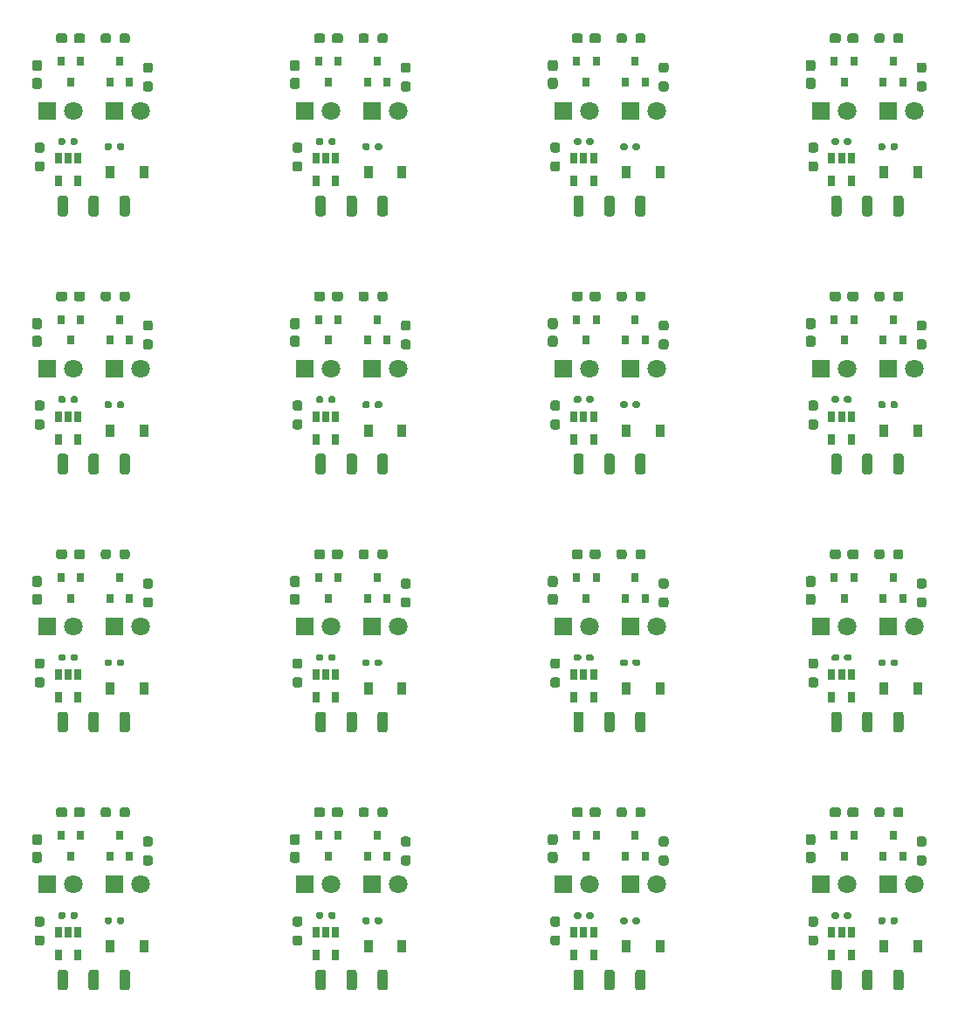
<source format=gbr>
%TF.GenerationSoftware,KiCad,Pcbnew,(5.1.9)-1*%
%TF.CreationDate,2021-10-29T14:51:52+02:00*%
%TF.ProjectId,Smartmeter_IR_ReaderOnly_V12_multi,536d6172-746d-4657-9465-725f49525f52,rev?*%
%TF.SameCoordinates,Original*%
%TF.FileFunction,Soldermask,Top*%
%TF.FilePolarity,Negative*%
%FSLAX46Y46*%
G04 Gerber Fmt 4.6, Leading zero omitted, Abs format (unit mm)*
G04 Created by KiCad (PCBNEW (5.1.9)-1) date 2021-10-29 14:51:52*
%MOMM*%
%LPD*%
G01*
G04 APERTURE LIST*
%ADD10R,0.800000X0.900000*%
%ADD11R,0.650000X1.060000*%
%ADD12R,0.900000X1.200000*%
%ADD13R,1.800000X1.800000*%
%ADD14C,1.800000*%
G04 APERTURE END LIST*
%TO.C,H3*%
G36*
G01*
X91500000Y-140000000D02*
X91500000Y-138500000D01*
G75*
G02*
X91750000Y-138250000I250000J0D01*
G01*
X92250000Y-138250000D01*
G75*
G02*
X92500000Y-138500000I0J-250000D01*
G01*
X92500000Y-140000000D01*
G75*
G02*
X92250000Y-140250000I-250000J0D01*
G01*
X91750000Y-140250000D01*
G75*
G02*
X91500000Y-140000000I0J250000D01*
G01*
G37*
%TD*%
%TO.C,H1*%
G36*
G01*
X147500000Y-140000000D02*
X147500000Y-138500000D01*
G75*
G02*
X147750000Y-138250000I250000J0D01*
G01*
X148250000Y-138250000D01*
G75*
G02*
X148500000Y-138500000I0J-250000D01*
G01*
X148500000Y-140000000D01*
G75*
G02*
X148250000Y-140250000I-250000J0D01*
G01*
X147750000Y-140250000D01*
G75*
G02*
X147500000Y-140000000I0J250000D01*
G01*
G37*
%TD*%
D10*
%TO.C,Q4*%
X142750000Y-127250000D03*
X141800000Y-125250000D03*
X143700000Y-125250000D03*
%TD*%
%TO.C,R4*%
G36*
G01*
X142260000Y-132840000D02*
X142260000Y-133160000D01*
G75*
G02*
X142100000Y-133320000I-160000J0D01*
G01*
X141705000Y-133320000D01*
G75*
G02*
X141545000Y-133160000I0J160000D01*
G01*
X141545000Y-132840000D01*
G75*
G02*
X141705000Y-132680000I160000J0D01*
G01*
X142100000Y-132680000D01*
G75*
G02*
X142260000Y-132840000I0J-160000D01*
G01*
G37*
G36*
G01*
X143455000Y-132840000D02*
X143455000Y-133160000D01*
G75*
G02*
X143295000Y-133320000I-160000J0D01*
G01*
X142900000Y-133320000D01*
G75*
G02*
X142740000Y-133160000I0J160000D01*
G01*
X142740000Y-132840000D01*
G75*
G02*
X142900000Y-132680000I160000J0D01*
G01*
X143295000Y-132680000D01*
G75*
G02*
X143455000Y-132840000I0J-160000D01*
G01*
G37*
%TD*%
%TO.C,R5*%
G36*
G01*
X139987500Y-134075000D02*
X139512500Y-134075000D01*
G75*
G02*
X139275000Y-133837500I0J237500D01*
G01*
X139275000Y-133337500D01*
G75*
G02*
X139512500Y-133100000I237500J0D01*
G01*
X139987500Y-133100000D01*
G75*
G02*
X140225000Y-133337500I0J-237500D01*
G01*
X140225000Y-133837500D01*
G75*
G02*
X139987500Y-134075000I-237500J0D01*
G01*
G37*
G36*
G01*
X139987500Y-135900000D02*
X139512500Y-135900000D01*
G75*
G02*
X139275000Y-135662500I0J237500D01*
G01*
X139275000Y-135162500D01*
G75*
G02*
X139512500Y-134925000I237500J0D01*
G01*
X139987500Y-134925000D01*
G75*
G02*
X140225000Y-135162500I0J-237500D01*
G01*
X140225000Y-135662500D01*
G75*
G02*
X139987500Y-135900000I-237500J0D01*
G01*
G37*
%TD*%
%TO.C,Q3*%
X147500000Y-125250000D03*
X148450000Y-127250000D03*
X146550000Y-127250000D03*
%TD*%
D11*
%TO.C,IC1*%
X93450000Y-136850000D03*
X91550000Y-136850000D03*
X91550000Y-134650000D03*
X92500000Y-134650000D03*
X93450000Y-134650000D03*
%TD*%
D12*
%TO.C,D1*%
X99900000Y-136000000D03*
X96600000Y-136000000D03*
%TD*%
%TO.C,R3*%
G36*
G01*
X146760000Y-133340000D02*
X146760000Y-133660000D01*
G75*
G02*
X146600000Y-133820000I-160000J0D01*
G01*
X146205000Y-133820000D01*
G75*
G02*
X146045000Y-133660000I0J160000D01*
G01*
X146045000Y-133340000D01*
G75*
G02*
X146205000Y-133180000I160000J0D01*
G01*
X146600000Y-133180000D01*
G75*
G02*
X146760000Y-133340000I0J-160000D01*
G01*
G37*
G36*
G01*
X147955000Y-133340000D02*
X147955000Y-133660000D01*
G75*
G02*
X147795000Y-133820000I-160000J0D01*
G01*
X147400000Y-133820000D01*
G75*
G02*
X147240000Y-133660000I0J160000D01*
G01*
X147240000Y-133340000D01*
G75*
G02*
X147400000Y-133180000I160000J0D01*
G01*
X147795000Y-133180000D01*
G75*
G02*
X147955000Y-133340000I0J-160000D01*
G01*
G37*
%TD*%
%TO.C,H1*%
G36*
G01*
X72500000Y-140000000D02*
X72500000Y-138500000D01*
G75*
G02*
X72750000Y-138250000I250000J0D01*
G01*
X73250000Y-138250000D01*
G75*
G02*
X73500000Y-138500000I0J-250000D01*
G01*
X73500000Y-140000000D01*
G75*
G02*
X73250000Y-140250000I-250000J0D01*
G01*
X72750000Y-140250000D01*
G75*
G02*
X72500000Y-140000000I0J250000D01*
G01*
G37*
%TD*%
D13*
%TO.C,Q2*%
X72000000Y-130000000D03*
D14*
X74540000Y-130000000D03*
%TD*%
D10*
%TO.C,Q3*%
X97500000Y-125250000D03*
X98450000Y-127250000D03*
X96550000Y-127250000D03*
%TD*%
D14*
%TO.C,Q1*%
X93040000Y-130000000D03*
D13*
X90500000Y-130000000D03*
%TD*%
%TO.C,H2*%
G36*
G01*
X94500000Y-140000000D02*
X94500000Y-138500000D01*
G75*
G02*
X94750000Y-138250000I250000J0D01*
G01*
X95250000Y-138250000D01*
G75*
G02*
X95500000Y-138500000I0J-250000D01*
G01*
X95500000Y-140000000D01*
G75*
G02*
X95250000Y-140250000I-250000J0D01*
G01*
X94750000Y-140250000D01*
G75*
G02*
X94500000Y-140000000I0J250000D01*
G01*
G37*
%TD*%
%TO.C,C2*%
G36*
G01*
X64737500Y-127900000D02*
X64262500Y-127900000D01*
G75*
G02*
X64025000Y-127662500I0J237500D01*
G01*
X64025000Y-127062500D01*
G75*
G02*
X64262500Y-126825000I237500J0D01*
G01*
X64737500Y-126825000D01*
G75*
G02*
X64975000Y-127062500I0J-237500D01*
G01*
X64975000Y-127662500D01*
G75*
G02*
X64737500Y-127900000I-237500J0D01*
G01*
G37*
G36*
G01*
X64737500Y-126175000D02*
X64262500Y-126175000D01*
G75*
G02*
X64025000Y-125937500I0J237500D01*
G01*
X64025000Y-125337500D01*
G75*
G02*
X64262500Y-125100000I237500J0D01*
G01*
X64737500Y-125100000D01*
G75*
G02*
X64975000Y-125337500I0J-237500D01*
G01*
X64975000Y-125937500D01*
G75*
G02*
X64737500Y-126175000I-237500J0D01*
G01*
G37*
%TD*%
%TO.C,C1*%
G36*
G01*
X92425000Y-122762500D02*
X92425000Y-123237500D01*
G75*
G02*
X92187500Y-123475000I-237500J0D01*
G01*
X91587500Y-123475000D01*
G75*
G02*
X91350000Y-123237500I0J237500D01*
G01*
X91350000Y-122762500D01*
G75*
G02*
X91587500Y-122525000I237500J0D01*
G01*
X92187500Y-122525000D01*
G75*
G02*
X92425000Y-122762500I0J-237500D01*
G01*
G37*
G36*
G01*
X94150000Y-122762500D02*
X94150000Y-123237500D01*
G75*
G02*
X93912500Y-123475000I-237500J0D01*
G01*
X93312500Y-123475000D01*
G75*
G02*
X93075000Y-123237500I0J237500D01*
G01*
X93075000Y-122762500D01*
G75*
G02*
X93312500Y-122525000I237500J0D01*
G01*
X93912500Y-122525000D01*
G75*
G02*
X94150000Y-122762500I0J-237500D01*
G01*
G37*
%TD*%
D11*
%TO.C,IC1*%
X143450000Y-136850000D03*
X141550000Y-136850000D03*
X141550000Y-134650000D03*
X142500000Y-134650000D03*
X143450000Y-134650000D03*
%TD*%
D14*
%TO.C,Q1*%
X143040000Y-130000000D03*
D13*
X140500000Y-130000000D03*
%TD*%
%TO.C,H2*%
G36*
G01*
X69500000Y-140000000D02*
X69500000Y-138500000D01*
G75*
G02*
X69750000Y-138250000I250000J0D01*
G01*
X70250000Y-138250000D01*
G75*
G02*
X70500000Y-138500000I0J-250000D01*
G01*
X70500000Y-140000000D01*
G75*
G02*
X70250000Y-140250000I-250000J0D01*
G01*
X69750000Y-140250000D01*
G75*
G02*
X69500000Y-140000000I0J250000D01*
G01*
G37*
%TD*%
D12*
%TO.C,D1*%
X71600000Y-136000000D03*
X74900000Y-136000000D03*
%TD*%
%TO.C,H3*%
G36*
G01*
X66500000Y-140000000D02*
X66500000Y-138500000D01*
G75*
G02*
X66750000Y-138250000I250000J0D01*
G01*
X67250000Y-138250000D01*
G75*
G02*
X67500000Y-138500000I0J-250000D01*
G01*
X67500000Y-140000000D01*
G75*
G02*
X67250000Y-140250000I-250000J0D01*
G01*
X66750000Y-140250000D01*
G75*
G02*
X66500000Y-140000000I0J250000D01*
G01*
G37*
%TD*%
D11*
%TO.C,IC1*%
X68450000Y-134650000D03*
X67500000Y-134650000D03*
X66550000Y-134650000D03*
X66550000Y-136850000D03*
X68450000Y-136850000D03*
%TD*%
%TO.C,C1*%
G36*
G01*
X69150000Y-122762500D02*
X69150000Y-123237500D01*
G75*
G02*
X68912500Y-123475000I-237500J0D01*
G01*
X68312500Y-123475000D01*
G75*
G02*
X68075000Y-123237500I0J237500D01*
G01*
X68075000Y-122762500D01*
G75*
G02*
X68312500Y-122525000I237500J0D01*
G01*
X68912500Y-122525000D01*
G75*
G02*
X69150000Y-122762500I0J-237500D01*
G01*
G37*
G36*
G01*
X67425000Y-122762500D02*
X67425000Y-123237500D01*
G75*
G02*
X67187500Y-123475000I-237500J0D01*
G01*
X66587500Y-123475000D01*
G75*
G02*
X66350000Y-123237500I0J237500D01*
G01*
X66350000Y-122762500D01*
G75*
G02*
X66587500Y-122525000I237500J0D01*
G01*
X67187500Y-122525000D01*
G75*
G02*
X67425000Y-122762500I0J-237500D01*
G01*
G37*
%TD*%
D10*
%TO.C,Q3*%
X71550000Y-127250000D03*
X73450000Y-127250000D03*
X72500000Y-125250000D03*
%TD*%
D13*
%TO.C,Q1*%
X65500000Y-130000000D03*
D14*
X68040000Y-130000000D03*
%TD*%
%TO.C,H1*%
G36*
G01*
X122500000Y-140000000D02*
X122500000Y-138500000D01*
G75*
G02*
X122750000Y-138250000I250000J0D01*
G01*
X123250000Y-138250000D01*
G75*
G02*
X123500000Y-138500000I0J-250000D01*
G01*
X123500000Y-140000000D01*
G75*
G02*
X123250000Y-140250000I-250000J0D01*
G01*
X122750000Y-140250000D01*
G75*
G02*
X122500000Y-140000000I0J250000D01*
G01*
G37*
%TD*%
D11*
%TO.C,IC1*%
X118450000Y-134650000D03*
X117500000Y-134650000D03*
X116550000Y-134650000D03*
X116550000Y-136850000D03*
X118450000Y-136850000D03*
%TD*%
%TO.C,R2*%
G36*
G01*
X120687500Y-123237500D02*
X120687500Y-122762500D01*
G75*
G02*
X120925000Y-122525000I237500J0D01*
G01*
X121425000Y-122525000D01*
G75*
G02*
X121662500Y-122762500I0J-237500D01*
G01*
X121662500Y-123237500D01*
G75*
G02*
X121425000Y-123475000I-237500J0D01*
G01*
X120925000Y-123475000D01*
G75*
G02*
X120687500Y-123237500I0J237500D01*
G01*
G37*
G36*
G01*
X122512500Y-123237500D02*
X122512500Y-122762500D01*
G75*
G02*
X122750000Y-122525000I237500J0D01*
G01*
X123250000Y-122525000D01*
G75*
G02*
X123487500Y-122762500I0J-237500D01*
G01*
X123487500Y-123237500D01*
G75*
G02*
X123250000Y-123475000I-237500J0D01*
G01*
X122750000Y-123475000D01*
G75*
G02*
X122512500Y-123237500I0J237500D01*
G01*
G37*
%TD*%
%TO.C,C2*%
G36*
G01*
X114737500Y-127900000D02*
X114262500Y-127900000D01*
G75*
G02*
X114025000Y-127662500I0J237500D01*
G01*
X114025000Y-127062500D01*
G75*
G02*
X114262500Y-126825000I237500J0D01*
G01*
X114737500Y-126825000D01*
G75*
G02*
X114975000Y-127062500I0J-237500D01*
G01*
X114975000Y-127662500D01*
G75*
G02*
X114737500Y-127900000I-237500J0D01*
G01*
G37*
G36*
G01*
X114737500Y-126175000D02*
X114262500Y-126175000D01*
G75*
G02*
X114025000Y-125937500I0J237500D01*
G01*
X114025000Y-125337500D01*
G75*
G02*
X114262500Y-125100000I237500J0D01*
G01*
X114737500Y-125100000D01*
G75*
G02*
X114975000Y-125337500I0J-237500D01*
G01*
X114975000Y-125937500D01*
G75*
G02*
X114737500Y-126175000I-237500J0D01*
G01*
G37*
%TD*%
%TO.C,H2*%
G36*
G01*
X119500000Y-140000000D02*
X119500000Y-138500000D01*
G75*
G02*
X119750000Y-138250000I250000J0D01*
G01*
X120250000Y-138250000D01*
G75*
G02*
X120500000Y-138500000I0J-250000D01*
G01*
X120500000Y-140000000D01*
G75*
G02*
X120250000Y-140250000I-250000J0D01*
G01*
X119750000Y-140250000D01*
G75*
G02*
X119500000Y-140000000I0J250000D01*
G01*
G37*
%TD*%
D13*
%TO.C,Q2*%
X122000000Y-130000000D03*
D14*
X124540000Y-130000000D03*
%TD*%
D10*
%TO.C,Q4*%
X118700000Y-125250000D03*
X116800000Y-125250000D03*
X117750000Y-127250000D03*
%TD*%
%TO.C,R2*%
G36*
G01*
X147512500Y-123237500D02*
X147512500Y-122762500D01*
G75*
G02*
X147750000Y-122525000I237500J0D01*
G01*
X148250000Y-122525000D01*
G75*
G02*
X148487500Y-122762500I0J-237500D01*
G01*
X148487500Y-123237500D01*
G75*
G02*
X148250000Y-123475000I-237500J0D01*
G01*
X147750000Y-123475000D01*
G75*
G02*
X147512500Y-123237500I0J237500D01*
G01*
G37*
G36*
G01*
X145687500Y-123237500D02*
X145687500Y-122762500D01*
G75*
G02*
X145925000Y-122525000I237500J0D01*
G01*
X146425000Y-122525000D01*
G75*
G02*
X146662500Y-122762500I0J-237500D01*
G01*
X146662500Y-123237500D01*
G75*
G02*
X146425000Y-123475000I-237500J0D01*
G01*
X145925000Y-123475000D01*
G75*
G02*
X145687500Y-123237500I0J237500D01*
G01*
G37*
%TD*%
%TO.C,R3*%
G36*
G01*
X122955000Y-133340000D02*
X122955000Y-133660000D01*
G75*
G02*
X122795000Y-133820000I-160000J0D01*
G01*
X122400000Y-133820000D01*
G75*
G02*
X122240000Y-133660000I0J160000D01*
G01*
X122240000Y-133340000D01*
G75*
G02*
X122400000Y-133180000I160000J0D01*
G01*
X122795000Y-133180000D01*
G75*
G02*
X122955000Y-133340000I0J-160000D01*
G01*
G37*
G36*
G01*
X121760000Y-133340000D02*
X121760000Y-133660000D01*
G75*
G02*
X121600000Y-133820000I-160000J0D01*
G01*
X121205000Y-133820000D01*
G75*
G02*
X121045000Y-133660000I0J160000D01*
G01*
X121045000Y-133340000D01*
G75*
G02*
X121205000Y-133180000I160000J0D01*
G01*
X121600000Y-133180000D01*
G75*
G02*
X121760000Y-133340000I0J-160000D01*
G01*
G37*
%TD*%
%TO.C,R1*%
G36*
G01*
X75487500Y-128150000D02*
X75012500Y-128150000D01*
G75*
G02*
X74775000Y-127912500I0J237500D01*
G01*
X74775000Y-127412500D01*
G75*
G02*
X75012500Y-127175000I237500J0D01*
G01*
X75487500Y-127175000D01*
G75*
G02*
X75725000Y-127412500I0J-237500D01*
G01*
X75725000Y-127912500D01*
G75*
G02*
X75487500Y-128150000I-237500J0D01*
G01*
G37*
G36*
G01*
X75487500Y-126325000D02*
X75012500Y-126325000D01*
G75*
G02*
X74775000Y-126087500I0J237500D01*
G01*
X74775000Y-125587500D01*
G75*
G02*
X75012500Y-125350000I237500J0D01*
G01*
X75487500Y-125350000D01*
G75*
G02*
X75725000Y-125587500I0J-237500D01*
G01*
X75725000Y-126087500D01*
G75*
G02*
X75487500Y-126325000I-237500J0D01*
G01*
G37*
%TD*%
%TO.C,R4*%
G36*
G01*
X68455000Y-132840000D02*
X68455000Y-133160000D01*
G75*
G02*
X68295000Y-133320000I-160000J0D01*
G01*
X67900000Y-133320000D01*
G75*
G02*
X67740000Y-133160000I0J160000D01*
G01*
X67740000Y-132840000D01*
G75*
G02*
X67900000Y-132680000I160000J0D01*
G01*
X68295000Y-132680000D01*
G75*
G02*
X68455000Y-132840000I0J-160000D01*
G01*
G37*
G36*
G01*
X67260000Y-132840000D02*
X67260000Y-133160000D01*
G75*
G02*
X67100000Y-133320000I-160000J0D01*
G01*
X66705000Y-133320000D01*
G75*
G02*
X66545000Y-133160000I0J160000D01*
G01*
X66545000Y-132840000D01*
G75*
G02*
X66705000Y-132680000I160000J0D01*
G01*
X67100000Y-132680000D01*
G75*
G02*
X67260000Y-132840000I0J-160000D01*
G01*
G37*
%TD*%
%TO.C,R5*%
G36*
G01*
X114987500Y-135900000D02*
X114512500Y-135900000D01*
G75*
G02*
X114275000Y-135662500I0J237500D01*
G01*
X114275000Y-135162500D01*
G75*
G02*
X114512500Y-134925000I237500J0D01*
G01*
X114987500Y-134925000D01*
G75*
G02*
X115225000Y-135162500I0J-237500D01*
G01*
X115225000Y-135662500D01*
G75*
G02*
X114987500Y-135900000I-237500J0D01*
G01*
G37*
G36*
G01*
X114987500Y-134075000D02*
X114512500Y-134075000D01*
G75*
G02*
X114275000Y-133837500I0J237500D01*
G01*
X114275000Y-133337500D01*
G75*
G02*
X114512500Y-133100000I237500J0D01*
G01*
X114987500Y-133100000D01*
G75*
G02*
X115225000Y-133337500I0J-237500D01*
G01*
X115225000Y-133837500D01*
G75*
G02*
X114987500Y-134075000I-237500J0D01*
G01*
G37*
%TD*%
%TO.C,C1*%
G36*
G01*
X142425000Y-122762500D02*
X142425000Y-123237500D01*
G75*
G02*
X142187500Y-123475000I-237500J0D01*
G01*
X141587500Y-123475000D01*
G75*
G02*
X141350000Y-123237500I0J237500D01*
G01*
X141350000Y-122762500D01*
G75*
G02*
X141587500Y-122525000I237500J0D01*
G01*
X142187500Y-122525000D01*
G75*
G02*
X142425000Y-122762500I0J-237500D01*
G01*
G37*
G36*
G01*
X144150000Y-122762500D02*
X144150000Y-123237500D01*
G75*
G02*
X143912500Y-123475000I-237500J0D01*
G01*
X143312500Y-123475000D01*
G75*
G02*
X143075000Y-123237500I0J237500D01*
G01*
X143075000Y-122762500D01*
G75*
G02*
X143312500Y-122525000I237500J0D01*
G01*
X143912500Y-122525000D01*
G75*
G02*
X144150000Y-122762500I0J-237500D01*
G01*
G37*
%TD*%
%TO.C,Q4*%
X92750000Y-127250000D03*
X91800000Y-125250000D03*
X93700000Y-125250000D03*
%TD*%
D12*
%TO.C,D1*%
X121600000Y-136000000D03*
X124900000Y-136000000D03*
%TD*%
%TO.C,R1*%
G36*
G01*
X150487500Y-126325000D02*
X150012500Y-126325000D01*
G75*
G02*
X149775000Y-126087500I0J237500D01*
G01*
X149775000Y-125587500D01*
G75*
G02*
X150012500Y-125350000I237500J0D01*
G01*
X150487500Y-125350000D01*
G75*
G02*
X150725000Y-125587500I0J-237500D01*
G01*
X150725000Y-126087500D01*
G75*
G02*
X150487500Y-126325000I-237500J0D01*
G01*
G37*
G36*
G01*
X150487500Y-128150000D02*
X150012500Y-128150000D01*
G75*
G02*
X149775000Y-127912500I0J237500D01*
G01*
X149775000Y-127412500D01*
G75*
G02*
X150012500Y-127175000I237500J0D01*
G01*
X150487500Y-127175000D01*
G75*
G02*
X150725000Y-127412500I0J-237500D01*
G01*
X150725000Y-127912500D01*
G75*
G02*
X150487500Y-128150000I-237500J0D01*
G01*
G37*
%TD*%
%TO.C,H2*%
G36*
G01*
X144500000Y-140000000D02*
X144500000Y-138500000D01*
G75*
G02*
X144750000Y-138250000I250000J0D01*
G01*
X145250000Y-138250000D01*
G75*
G02*
X145500000Y-138500000I0J-250000D01*
G01*
X145500000Y-140000000D01*
G75*
G02*
X145250000Y-140250000I-250000J0D01*
G01*
X144750000Y-140250000D01*
G75*
G02*
X144500000Y-140000000I0J250000D01*
G01*
G37*
%TD*%
%TO.C,R1*%
G36*
G01*
X100487500Y-126325000D02*
X100012500Y-126325000D01*
G75*
G02*
X99775000Y-126087500I0J237500D01*
G01*
X99775000Y-125587500D01*
G75*
G02*
X100012500Y-125350000I237500J0D01*
G01*
X100487500Y-125350000D01*
G75*
G02*
X100725000Y-125587500I0J-237500D01*
G01*
X100725000Y-126087500D01*
G75*
G02*
X100487500Y-126325000I-237500J0D01*
G01*
G37*
G36*
G01*
X100487500Y-128150000D02*
X100012500Y-128150000D01*
G75*
G02*
X99775000Y-127912500I0J237500D01*
G01*
X99775000Y-127412500D01*
G75*
G02*
X100012500Y-127175000I237500J0D01*
G01*
X100487500Y-127175000D01*
G75*
G02*
X100725000Y-127412500I0J-237500D01*
G01*
X100725000Y-127912500D01*
G75*
G02*
X100487500Y-128150000I-237500J0D01*
G01*
G37*
%TD*%
%TO.C,H1*%
G36*
G01*
X97500000Y-140000000D02*
X97500000Y-138500000D01*
G75*
G02*
X97750000Y-138250000I250000J0D01*
G01*
X98250000Y-138250000D01*
G75*
G02*
X98500000Y-138500000I0J-250000D01*
G01*
X98500000Y-140000000D01*
G75*
G02*
X98250000Y-140250000I-250000J0D01*
G01*
X97750000Y-140250000D01*
G75*
G02*
X97500000Y-140000000I0J250000D01*
G01*
G37*
%TD*%
%TO.C,H3*%
G36*
G01*
X141500000Y-140000000D02*
X141500000Y-138500000D01*
G75*
G02*
X141750000Y-138250000I250000J0D01*
G01*
X142250000Y-138250000D01*
G75*
G02*
X142500000Y-138500000I0J-250000D01*
G01*
X142500000Y-140000000D01*
G75*
G02*
X142250000Y-140250000I-250000J0D01*
G01*
X141750000Y-140250000D01*
G75*
G02*
X141500000Y-140000000I0J250000D01*
G01*
G37*
%TD*%
%TO.C,C2*%
G36*
G01*
X139737500Y-126175000D02*
X139262500Y-126175000D01*
G75*
G02*
X139025000Y-125937500I0J237500D01*
G01*
X139025000Y-125337500D01*
G75*
G02*
X139262500Y-125100000I237500J0D01*
G01*
X139737500Y-125100000D01*
G75*
G02*
X139975000Y-125337500I0J-237500D01*
G01*
X139975000Y-125937500D01*
G75*
G02*
X139737500Y-126175000I-237500J0D01*
G01*
G37*
G36*
G01*
X139737500Y-127900000D02*
X139262500Y-127900000D01*
G75*
G02*
X139025000Y-127662500I0J237500D01*
G01*
X139025000Y-127062500D01*
G75*
G02*
X139262500Y-126825000I237500J0D01*
G01*
X139737500Y-126825000D01*
G75*
G02*
X139975000Y-127062500I0J-237500D01*
G01*
X139975000Y-127662500D01*
G75*
G02*
X139737500Y-127900000I-237500J0D01*
G01*
G37*
%TD*%
%TO.C,R4*%
G36*
G01*
X92260000Y-132840000D02*
X92260000Y-133160000D01*
G75*
G02*
X92100000Y-133320000I-160000J0D01*
G01*
X91705000Y-133320000D01*
G75*
G02*
X91545000Y-133160000I0J160000D01*
G01*
X91545000Y-132840000D01*
G75*
G02*
X91705000Y-132680000I160000J0D01*
G01*
X92100000Y-132680000D01*
G75*
G02*
X92260000Y-132840000I0J-160000D01*
G01*
G37*
G36*
G01*
X93455000Y-132840000D02*
X93455000Y-133160000D01*
G75*
G02*
X93295000Y-133320000I-160000J0D01*
G01*
X92900000Y-133320000D01*
G75*
G02*
X92740000Y-133160000I0J160000D01*
G01*
X92740000Y-132840000D01*
G75*
G02*
X92900000Y-132680000I160000J0D01*
G01*
X93295000Y-132680000D01*
G75*
G02*
X93455000Y-132840000I0J-160000D01*
G01*
G37*
%TD*%
D10*
%TO.C,Q4*%
X68700000Y-125250000D03*
X66800000Y-125250000D03*
X67750000Y-127250000D03*
%TD*%
%TO.C,R2*%
G36*
G01*
X97512500Y-123237500D02*
X97512500Y-122762500D01*
G75*
G02*
X97750000Y-122525000I237500J0D01*
G01*
X98250000Y-122525000D01*
G75*
G02*
X98487500Y-122762500I0J-237500D01*
G01*
X98487500Y-123237500D01*
G75*
G02*
X98250000Y-123475000I-237500J0D01*
G01*
X97750000Y-123475000D01*
G75*
G02*
X97512500Y-123237500I0J237500D01*
G01*
G37*
G36*
G01*
X95687500Y-123237500D02*
X95687500Y-122762500D01*
G75*
G02*
X95925000Y-122525000I237500J0D01*
G01*
X96425000Y-122525000D01*
G75*
G02*
X96662500Y-122762500I0J-237500D01*
G01*
X96662500Y-123237500D01*
G75*
G02*
X96425000Y-123475000I-237500J0D01*
G01*
X95925000Y-123475000D01*
G75*
G02*
X95687500Y-123237500I0J237500D01*
G01*
G37*
%TD*%
D12*
%TO.C,D1*%
X149900000Y-136000000D03*
X146600000Y-136000000D03*
%TD*%
%TO.C,H3*%
G36*
G01*
X116500000Y-140000000D02*
X116500000Y-138500000D01*
G75*
G02*
X116750000Y-138250000I250000J0D01*
G01*
X117250000Y-138250000D01*
G75*
G02*
X117500000Y-138500000I0J-250000D01*
G01*
X117500000Y-140000000D01*
G75*
G02*
X117250000Y-140250000I-250000J0D01*
G01*
X116750000Y-140250000D01*
G75*
G02*
X116500000Y-140000000I0J250000D01*
G01*
G37*
%TD*%
D10*
%TO.C,Q3*%
X121550000Y-127250000D03*
X123450000Y-127250000D03*
X122500000Y-125250000D03*
%TD*%
%TO.C,R3*%
G36*
G01*
X72955000Y-133340000D02*
X72955000Y-133660000D01*
G75*
G02*
X72795000Y-133820000I-160000J0D01*
G01*
X72400000Y-133820000D01*
G75*
G02*
X72240000Y-133660000I0J160000D01*
G01*
X72240000Y-133340000D01*
G75*
G02*
X72400000Y-133180000I160000J0D01*
G01*
X72795000Y-133180000D01*
G75*
G02*
X72955000Y-133340000I0J-160000D01*
G01*
G37*
G36*
G01*
X71760000Y-133340000D02*
X71760000Y-133660000D01*
G75*
G02*
X71600000Y-133820000I-160000J0D01*
G01*
X71205000Y-133820000D01*
G75*
G02*
X71045000Y-133660000I0J160000D01*
G01*
X71045000Y-133340000D01*
G75*
G02*
X71205000Y-133180000I160000J0D01*
G01*
X71600000Y-133180000D01*
G75*
G02*
X71760000Y-133340000I0J-160000D01*
G01*
G37*
%TD*%
%TO.C,R5*%
G36*
G01*
X89987500Y-134075000D02*
X89512500Y-134075000D01*
G75*
G02*
X89275000Y-133837500I0J237500D01*
G01*
X89275000Y-133337500D01*
G75*
G02*
X89512500Y-133100000I237500J0D01*
G01*
X89987500Y-133100000D01*
G75*
G02*
X90225000Y-133337500I0J-237500D01*
G01*
X90225000Y-133837500D01*
G75*
G02*
X89987500Y-134075000I-237500J0D01*
G01*
G37*
G36*
G01*
X89987500Y-135900000D02*
X89512500Y-135900000D01*
G75*
G02*
X89275000Y-135662500I0J237500D01*
G01*
X89275000Y-135162500D01*
G75*
G02*
X89512500Y-134925000I237500J0D01*
G01*
X89987500Y-134925000D01*
G75*
G02*
X90225000Y-135162500I0J-237500D01*
G01*
X90225000Y-135662500D01*
G75*
G02*
X89987500Y-135900000I-237500J0D01*
G01*
G37*
%TD*%
%TO.C,R5*%
G36*
G01*
X64987500Y-135900000D02*
X64512500Y-135900000D01*
G75*
G02*
X64275000Y-135662500I0J237500D01*
G01*
X64275000Y-135162500D01*
G75*
G02*
X64512500Y-134925000I237500J0D01*
G01*
X64987500Y-134925000D01*
G75*
G02*
X65225000Y-135162500I0J-237500D01*
G01*
X65225000Y-135662500D01*
G75*
G02*
X64987500Y-135900000I-237500J0D01*
G01*
G37*
G36*
G01*
X64987500Y-134075000D02*
X64512500Y-134075000D01*
G75*
G02*
X64275000Y-133837500I0J237500D01*
G01*
X64275000Y-133337500D01*
G75*
G02*
X64512500Y-133100000I237500J0D01*
G01*
X64987500Y-133100000D01*
G75*
G02*
X65225000Y-133337500I0J-237500D01*
G01*
X65225000Y-133837500D01*
G75*
G02*
X64987500Y-134075000I-237500J0D01*
G01*
G37*
%TD*%
%TO.C,R1*%
G36*
G01*
X125487500Y-128150000D02*
X125012500Y-128150000D01*
G75*
G02*
X124775000Y-127912500I0J237500D01*
G01*
X124775000Y-127412500D01*
G75*
G02*
X125012500Y-127175000I237500J0D01*
G01*
X125487500Y-127175000D01*
G75*
G02*
X125725000Y-127412500I0J-237500D01*
G01*
X125725000Y-127912500D01*
G75*
G02*
X125487500Y-128150000I-237500J0D01*
G01*
G37*
G36*
G01*
X125487500Y-126325000D02*
X125012500Y-126325000D01*
G75*
G02*
X124775000Y-126087500I0J237500D01*
G01*
X124775000Y-125587500D01*
G75*
G02*
X125012500Y-125350000I237500J0D01*
G01*
X125487500Y-125350000D01*
G75*
G02*
X125725000Y-125587500I0J-237500D01*
G01*
X125725000Y-126087500D01*
G75*
G02*
X125487500Y-126325000I-237500J0D01*
G01*
G37*
%TD*%
D14*
%TO.C,Q2*%
X149540000Y-130000000D03*
D13*
X147000000Y-130000000D03*
%TD*%
%TO.C,C1*%
G36*
G01*
X119150000Y-122762500D02*
X119150000Y-123237500D01*
G75*
G02*
X118912500Y-123475000I-237500J0D01*
G01*
X118312500Y-123475000D01*
G75*
G02*
X118075000Y-123237500I0J237500D01*
G01*
X118075000Y-122762500D01*
G75*
G02*
X118312500Y-122525000I237500J0D01*
G01*
X118912500Y-122525000D01*
G75*
G02*
X119150000Y-122762500I0J-237500D01*
G01*
G37*
G36*
G01*
X117425000Y-122762500D02*
X117425000Y-123237500D01*
G75*
G02*
X117187500Y-123475000I-237500J0D01*
G01*
X116587500Y-123475000D01*
G75*
G02*
X116350000Y-123237500I0J237500D01*
G01*
X116350000Y-122762500D01*
G75*
G02*
X116587500Y-122525000I237500J0D01*
G01*
X117187500Y-122525000D01*
G75*
G02*
X117425000Y-122762500I0J-237500D01*
G01*
G37*
%TD*%
%TO.C,R3*%
G36*
G01*
X96760000Y-133340000D02*
X96760000Y-133660000D01*
G75*
G02*
X96600000Y-133820000I-160000J0D01*
G01*
X96205000Y-133820000D01*
G75*
G02*
X96045000Y-133660000I0J160000D01*
G01*
X96045000Y-133340000D01*
G75*
G02*
X96205000Y-133180000I160000J0D01*
G01*
X96600000Y-133180000D01*
G75*
G02*
X96760000Y-133340000I0J-160000D01*
G01*
G37*
G36*
G01*
X97955000Y-133340000D02*
X97955000Y-133660000D01*
G75*
G02*
X97795000Y-133820000I-160000J0D01*
G01*
X97400000Y-133820000D01*
G75*
G02*
X97240000Y-133660000I0J160000D01*
G01*
X97240000Y-133340000D01*
G75*
G02*
X97400000Y-133180000I160000J0D01*
G01*
X97795000Y-133180000D01*
G75*
G02*
X97955000Y-133340000I0J-160000D01*
G01*
G37*
%TD*%
D14*
%TO.C,Q2*%
X99540000Y-130000000D03*
D13*
X97000000Y-130000000D03*
%TD*%
%TO.C,R2*%
G36*
G01*
X70687500Y-123237500D02*
X70687500Y-122762500D01*
G75*
G02*
X70925000Y-122525000I237500J0D01*
G01*
X71425000Y-122525000D01*
G75*
G02*
X71662500Y-122762500I0J-237500D01*
G01*
X71662500Y-123237500D01*
G75*
G02*
X71425000Y-123475000I-237500J0D01*
G01*
X70925000Y-123475000D01*
G75*
G02*
X70687500Y-123237500I0J237500D01*
G01*
G37*
G36*
G01*
X72512500Y-123237500D02*
X72512500Y-122762500D01*
G75*
G02*
X72750000Y-122525000I237500J0D01*
G01*
X73250000Y-122525000D01*
G75*
G02*
X73487500Y-122762500I0J-237500D01*
G01*
X73487500Y-123237500D01*
G75*
G02*
X73250000Y-123475000I-237500J0D01*
G01*
X72750000Y-123475000D01*
G75*
G02*
X72512500Y-123237500I0J237500D01*
G01*
G37*
%TD*%
%TO.C,C2*%
G36*
G01*
X89737500Y-126175000D02*
X89262500Y-126175000D01*
G75*
G02*
X89025000Y-125937500I0J237500D01*
G01*
X89025000Y-125337500D01*
G75*
G02*
X89262500Y-125100000I237500J0D01*
G01*
X89737500Y-125100000D01*
G75*
G02*
X89975000Y-125337500I0J-237500D01*
G01*
X89975000Y-125937500D01*
G75*
G02*
X89737500Y-126175000I-237500J0D01*
G01*
G37*
G36*
G01*
X89737500Y-127900000D02*
X89262500Y-127900000D01*
G75*
G02*
X89025000Y-127662500I0J237500D01*
G01*
X89025000Y-127062500D01*
G75*
G02*
X89262500Y-126825000I237500J0D01*
G01*
X89737500Y-126825000D01*
G75*
G02*
X89975000Y-127062500I0J-237500D01*
G01*
X89975000Y-127662500D01*
G75*
G02*
X89737500Y-127900000I-237500J0D01*
G01*
G37*
%TD*%
%TO.C,Q1*%
X115500000Y-130000000D03*
D14*
X118040000Y-130000000D03*
%TD*%
%TO.C,R4*%
G36*
G01*
X118455000Y-132840000D02*
X118455000Y-133160000D01*
G75*
G02*
X118295000Y-133320000I-160000J0D01*
G01*
X117900000Y-133320000D01*
G75*
G02*
X117740000Y-133160000I0J160000D01*
G01*
X117740000Y-132840000D01*
G75*
G02*
X117900000Y-132680000I160000J0D01*
G01*
X118295000Y-132680000D01*
G75*
G02*
X118455000Y-132840000I0J-160000D01*
G01*
G37*
G36*
G01*
X117260000Y-132840000D02*
X117260000Y-133160000D01*
G75*
G02*
X117100000Y-133320000I-160000J0D01*
G01*
X116705000Y-133320000D01*
G75*
G02*
X116545000Y-133160000I0J160000D01*
G01*
X116545000Y-132840000D01*
G75*
G02*
X116705000Y-132680000I160000J0D01*
G01*
X117100000Y-132680000D01*
G75*
G02*
X117260000Y-132840000I0J-160000D01*
G01*
G37*
%TD*%
%TO.C,R2*%
G36*
G01*
X145687500Y-98237500D02*
X145687500Y-97762500D01*
G75*
G02*
X145925000Y-97525000I237500J0D01*
G01*
X146425000Y-97525000D01*
G75*
G02*
X146662500Y-97762500I0J-237500D01*
G01*
X146662500Y-98237500D01*
G75*
G02*
X146425000Y-98475000I-237500J0D01*
G01*
X145925000Y-98475000D01*
G75*
G02*
X145687500Y-98237500I0J237500D01*
G01*
G37*
G36*
G01*
X147512500Y-98237500D02*
X147512500Y-97762500D01*
G75*
G02*
X147750000Y-97525000I237500J0D01*
G01*
X148250000Y-97525000D01*
G75*
G02*
X148487500Y-97762500I0J-237500D01*
G01*
X148487500Y-98237500D01*
G75*
G02*
X148250000Y-98475000I-237500J0D01*
G01*
X147750000Y-98475000D01*
G75*
G02*
X147512500Y-98237500I0J237500D01*
G01*
G37*
%TD*%
%TO.C,Q2*%
X124540000Y-105000000D03*
D13*
X122000000Y-105000000D03*
%TD*%
%TO.C,H2*%
G36*
G01*
X119500000Y-115000000D02*
X119500000Y-113500000D01*
G75*
G02*
X119750000Y-113250000I250000J0D01*
G01*
X120250000Y-113250000D01*
G75*
G02*
X120500000Y-113500000I0J-250000D01*
G01*
X120500000Y-115000000D01*
G75*
G02*
X120250000Y-115250000I-250000J0D01*
G01*
X119750000Y-115250000D01*
G75*
G02*
X119500000Y-115000000I0J250000D01*
G01*
G37*
%TD*%
D10*
%TO.C,Q4*%
X117750000Y-102250000D03*
X116800000Y-100250000D03*
X118700000Y-100250000D03*
%TD*%
D11*
%TO.C,IC1*%
X118450000Y-111850000D03*
X116550000Y-111850000D03*
X116550000Y-109650000D03*
X117500000Y-109650000D03*
X118450000Y-109650000D03*
%TD*%
%TO.C,H1*%
G36*
G01*
X122500000Y-115000000D02*
X122500000Y-113500000D01*
G75*
G02*
X122750000Y-113250000I250000J0D01*
G01*
X123250000Y-113250000D01*
G75*
G02*
X123500000Y-113500000I0J-250000D01*
G01*
X123500000Y-115000000D01*
G75*
G02*
X123250000Y-115250000I-250000J0D01*
G01*
X122750000Y-115250000D01*
G75*
G02*
X122500000Y-115000000I0J250000D01*
G01*
G37*
%TD*%
%TO.C,C2*%
G36*
G01*
X114737500Y-101175000D02*
X114262500Y-101175000D01*
G75*
G02*
X114025000Y-100937500I0J237500D01*
G01*
X114025000Y-100337500D01*
G75*
G02*
X114262500Y-100100000I237500J0D01*
G01*
X114737500Y-100100000D01*
G75*
G02*
X114975000Y-100337500I0J-237500D01*
G01*
X114975000Y-100937500D01*
G75*
G02*
X114737500Y-101175000I-237500J0D01*
G01*
G37*
G36*
G01*
X114737500Y-102900000D02*
X114262500Y-102900000D01*
G75*
G02*
X114025000Y-102662500I0J237500D01*
G01*
X114025000Y-102062500D01*
G75*
G02*
X114262500Y-101825000I237500J0D01*
G01*
X114737500Y-101825000D01*
G75*
G02*
X114975000Y-102062500I0J-237500D01*
G01*
X114975000Y-102662500D01*
G75*
G02*
X114737500Y-102900000I-237500J0D01*
G01*
G37*
%TD*%
%TO.C,R2*%
G36*
G01*
X122512500Y-98237500D02*
X122512500Y-97762500D01*
G75*
G02*
X122750000Y-97525000I237500J0D01*
G01*
X123250000Y-97525000D01*
G75*
G02*
X123487500Y-97762500I0J-237500D01*
G01*
X123487500Y-98237500D01*
G75*
G02*
X123250000Y-98475000I-237500J0D01*
G01*
X122750000Y-98475000D01*
G75*
G02*
X122512500Y-98237500I0J237500D01*
G01*
G37*
G36*
G01*
X120687500Y-98237500D02*
X120687500Y-97762500D01*
G75*
G02*
X120925000Y-97525000I237500J0D01*
G01*
X121425000Y-97525000D01*
G75*
G02*
X121662500Y-97762500I0J-237500D01*
G01*
X121662500Y-98237500D01*
G75*
G02*
X121425000Y-98475000I-237500J0D01*
G01*
X120925000Y-98475000D01*
G75*
G02*
X120687500Y-98237500I0J237500D01*
G01*
G37*
%TD*%
%TO.C,H2*%
G36*
G01*
X144500000Y-115000000D02*
X144500000Y-113500000D01*
G75*
G02*
X144750000Y-113250000I250000J0D01*
G01*
X145250000Y-113250000D01*
G75*
G02*
X145500000Y-113500000I0J-250000D01*
G01*
X145500000Y-115000000D01*
G75*
G02*
X145250000Y-115250000I-250000J0D01*
G01*
X144750000Y-115250000D01*
G75*
G02*
X144500000Y-115000000I0J250000D01*
G01*
G37*
%TD*%
%TO.C,R1*%
G36*
G01*
X100487500Y-103150000D02*
X100012500Y-103150000D01*
G75*
G02*
X99775000Y-102912500I0J237500D01*
G01*
X99775000Y-102412500D01*
G75*
G02*
X100012500Y-102175000I237500J0D01*
G01*
X100487500Y-102175000D01*
G75*
G02*
X100725000Y-102412500I0J-237500D01*
G01*
X100725000Y-102912500D01*
G75*
G02*
X100487500Y-103150000I-237500J0D01*
G01*
G37*
G36*
G01*
X100487500Y-101325000D02*
X100012500Y-101325000D01*
G75*
G02*
X99775000Y-101087500I0J237500D01*
G01*
X99775000Y-100587500D01*
G75*
G02*
X100012500Y-100350000I237500J0D01*
G01*
X100487500Y-100350000D01*
G75*
G02*
X100725000Y-100587500I0J-237500D01*
G01*
X100725000Y-101087500D01*
G75*
G02*
X100487500Y-101325000I-237500J0D01*
G01*
G37*
%TD*%
D13*
%TO.C,Q2*%
X97000000Y-105000000D03*
D14*
X99540000Y-105000000D03*
%TD*%
%TO.C,H1*%
G36*
G01*
X97500000Y-115000000D02*
X97500000Y-113500000D01*
G75*
G02*
X97750000Y-113250000I250000J0D01*
G01*
X98250000Y-113250000D01*
G75*
G02*
X98500000Y-113500000I0J-250000D01*
G01*
X98500000Y-115000000D01*
G75*
G02*
X98250000Y-115250000I-250000J0D01*
G01*
X97750000Y-115250000D01*
G75*
G02*
X97500000Y-115000000I0J250000D01*
G01*
G37*
%TD*%
D10*
%TO.C,Q4*%
X67750000Y-102250000D03*
X66800000Y-100250000D03*
X68700000Y-100250000D03*
%TD*%
%TO.C,R2*%
G36*
G01*
X95687500Y-98237500D02*
X95687500Y-97762500D01*
G75*
G02*
X95925000Y-97525000I237500J0D01*
G01*
X96425000Y-97525000D01*
G75*
G02*
X96662500Y-97762500I0J-237500D01*
G01*
X96662500Y-98237500D01*
G75*
G02*
X96425000Y-98475000I-237500J0D01*
G01*
X95925000Y-98475000D01*
G75*
G02*
X95687500Y-98237500I0J237500D01*
G01*
G37*
G36*
G01*
X97512500Y-98237500D02*
X97512500Y-97762500D01*
G75*
G02*
X97750000Y-97525000I237500J0D01*
G01*
X98250000Y-97525000D01*
G75*
G02*
X98487500Y-97762500I0J-237500D01*
G01*
X98487500Y-98237500D01*
G75*
G02*
X98250000Y-98475000I-237500J0D01*
G01*
X97750000Y-98475000D01*
G75*
G02*
X97512500Y-98237500I0J237500D01*
G01*
G37*
%TD*%
D12*
%TO.C,D1*%
X146600000Y-111000000D03*
X149900000Y-111000000D03*
%TD*%
%TO.C,R2*%
G36*
G01*
X72512500Y-98237500D02*
X72512500Y-97762500D01*
G75*
G02*
X72750000Y-97525000I237500J0D01*
G01*
X73250000Y-97525000D01*
G75*
G02*
X73487500Y-97762500I0J-237500D01*
G01*
X73487500Y-98237500D01*
G75*
G02*
X73250000Y-98475000I-237500J0D01*
G01*
X72750000Y-98475000D01*
G75*
G02*
X72512500Y-98237500I0J237500D01*
G01*
G37*
G36*
G01*
X70687500Y-98237500D02*
X70687500Y-97762500D01*
G75*
G02*
X70925000Y-97525000I237500J0D01*
G01*
X71425000Y-97525000D01*
G75*
G02*
X71662500Y-97762500I0J-237500D01*
G01*
X71662500Y-98237500D01*
G75*
G02*
X71425000Y-98475000I-237500J0D01*
G01*
X70925000Y-98475000D01*
G75*
G02*
X70687500Y-98237500I0J237500D01*
G01*
G37*
%TD*%
%TO.C,R3*%
G36*
G01*
X121760000Y-108340000D02*
X121760000Y-108660000D01*
G75*
G02*
X121600000Y-108820000I-160000J0D01*
G01*
X121205000Y-108820000D01*
G75*
G02*
X121045000Y-108660000I0J160000D01*
G01*
X121045000Y-108340000D01*
G75*
G02*
X121205000Y-108180000I160000J0D01*
G01*
X121600000Y-108180000D01*
G75*
G02*
X121760000Y-108340000I0J-160000D01*
G01*
G37*
G36*
G01*
X122955000Y-108340000D02*
X122955000Y-108660000D01*
G75*
G02*
X122795000Y-108820000I-160000J0D01*
G01*
X122400000Y-108820000D01*
G75*
G02*
X122240000Y-108660000I0J160000D01*
G01*
X122240000Y-108340000D01*
G75*
G02*
X122400000Y-108180000I160000J0D01*
G01*
X122795000Y-108180000D01*
G75*
G02*
X122955000Y-108340000I0J-160000D01*
G01*
G37*
%TD*%
%TO.C,C2*%
G36*
G01*
X139737500Y-102900000D02*
X139262500Y-102900000D01*
G75*
G02*
X139025000Y-102662500I0J237500D01*
G01*
X139025000Y-102062500D01*
G75*
G02*
X139262500Y-101825000I237500J0D01*
G01*
X139737500Y-101825000D01*
G75*
G02*
X139975000Y-102062500I0J-237500D01*
G01*
X139975000Y-102662500D01*
G75*
G02*
X139737500Y-102900000I-237500J0D01*
G01*
G37*
G36*
G01*
X139737500Y-101175000D02*
X139262500Y-101175000D01*
G75*
G02*
X139025000Y-100937500I0J237500D01*
G01*
X139025000Y-100337500D01*
G75*
G02*
X139262500Y-100100000I237500J0D01*
G01*
X139737500Y-100100000D01*
G75*
G02*
X139975000Y-100337500I0J-237500D01*
G01*
X139975000Y-100937500D01*
G75*
G02*
X139737500Y-101175000I-237500J0D01*
G01*
G37*
%TD*%
%TO.C,R1*%
G36*
G01*
X125487500Y-101325000D02*
X125012500Y-101325000D01*
G75*
G02*
X124775000Y-101087500I0J237500D01*
G01*
X124775000Y-100587500D01*
G75*
G02*
X125012500Y-100350000I237500J0D01*
G01*
X125487500Y-100350000D01*
G75*
G02*
X125725000Y-100587500I0J-237500D01*
G01*
X125725000Y-101087500D01*
G75*
G02*
X125487500Y-101325000I-237500J0D01*
G01*
G37*
G36*
G01*
X125487500Y-103150000D02*
X125012500Y-103150000D01*
G75*
G02*
X124775000Y-102912500I0J237500D01*
G01*
X124775000Y-102412500D01*
G75*
G02*
X125012500Y-102175000I237500J0D01*
G01*
X125487500Y-102175000D01*
G75*
G02*
X125725000Y-102412500I0J-237500D01*
G01*
X125725000Y-102912500D01*
G75*
G02*
X125487500Y-103150000I-237500J0D01*
G01*
G37*
%TD*%
%TO.C,R5*%
G36*
G01*
X64987500Y-109075000D02*
X64512500Y-109075000D01*
G75*
G02*
X64275000Y-108837500I0J237500D01*
G01*
X64275000Y-108337500D01*
G75*
G02*
X64512500Y-108100000I237500J0D01*
G01*
X64987500Y-108100000D01*
G75*
G02*
X65225000Y-108337500I0J-237500D01*
G01*
X65225000Y-108837500D01*
G75*
G02*
X64987500Y-109075000I-237500J0D01*
G01*
G37*
G36*
G01*
X64987500Y-110900000D02*
X64512500Y-110900000D01*
G75*
G02*
X64275000Y-110662500I0J237500D01*
G01*
X64275000Y-110162500D01*
G75*
G02*
X64512500Y-109925000I237500J0D01*
G01*
X64987500Y-109925000D01*
G75*
G02*
X65225000Y-110162500I0J-237500D01*
G01*
X65225000Y-110662500D01*
G75*
G02*
X64987500Y-110900000I-237500J0D01*
G01*
G37*
%TD*%
%TO.C,R1*%
G36*
G01*
X75487500Y-101325000D02*
X75012500Y-101325000D01*
G75*
G02*
X74775000Y-101087500I0J237500D01*
G01*
X74775000Y-100587500D01*
G75*
G02*
X75012500Y-100350000I237500J0D01*
G01*
X75487500Y-100350000D01*
G75*
G02*
X75725000Y-100587500I0J-237500D01*
G01*
X75725000Y-101087500D01*
G75*
G02*
X75487500Y-101325000I-237500J0D01*
G01*
G37*
G36*
G01*
X75487500Y-103150000D02*
X75012500Y-103150000D01*
G75*
G02*
X74775000Y-102912500I0J237500D01*
G01*
X74775000Y-102412500D01*
G75*
G02*
X75012500Y-102175000I237500J0D01*
G01*
X75487500Y-102175000D01*
G75*
G02*
X75725000Y-102412500I0J-237500D01*
G01*
X75725000Y-102912500D01*
G75*
G02*
X75487500Y-103150000I-237500J0D01*
G01*
G37*
%TD*%
%TO.C,R4*%
G36*
G01*
X67260000Y-107840000D02*
X67260000Y-108160000D01*
G75*
G02*
X67100000Y-108320000I-160000J0D01*
G01*
X66705000Y-108320000D01*
G75*
G02*
X66545000Y-108160000I0J160000D01*
G01*
X66545000Y-107840000D01*
G75*
G02*
X66705000Y-107680000I160000J0D01*
G01*
X67100000Y-107680000D01*
G75*
G02*
X67260000Y-107840000I0J-160000D01*
G01*
G37*
G36*
G01*
X68455000Y-107840000D02*
X68455000Y-108160000D01*
G75*
G02*
X68295000Y-108320000I-160000J0D01*
G01*
X67900000Y-108320000D01*
G75*
G02*
X67740000Y-108160000I0J160000D01*
G01*
X67740000Y-107840000D01*
G75*
G02*
X67900000Y-107680000I160000J0D01*
G01*
X68295000Y-107680000D01*
G75*
G02*
X68455000Y-107840000I0J-160000D01*
G01*
G37*
%TD*%
%TO.C,C1*%
G36*
G01*
X144150000Y-97762500D02*
X144150000Y-98237500D01*
G75*
G02*
X143912500Y-98475000I-237500J0D01*
G01*
X143312500Y-98475000D01*
G75*
G02*
X143075000Y-98237500I0J237500D01*
G01*
X143075000Y-97762500D01*
G75*
G02*
X143312500Y-97525000I237500J0D01*
G01*
X143912500Y-97525000D01*
G75*
G02*
X144150000Y-97762500I0J-237500D01*
G01*
G37*
G36*
G01*
X142425000Y-97762500D02*
X142425000Y-98237500D01*
G75*
G02*
X142187500Y-98475000I-237500J0D01*
G01*
X141587500Y-98475000D01*
G75*
G02*
X141350000Y-98237500I0J237500D01*
G01*
X141350000Y-97762500D01*
G75*
G02*
X141587500Y-97525000I237500J0D01*
G01*
X142187500Y-97525000D01*
G75*
G02*
X142425000Y-97762500I0J-237500D01*
G01*
G37*
%TD*%
%TO.C,R4*%
G36*
G01*
X117260000Y-107840000D02*
X117260000Y-108160000D01*
G75*
G02*
X117100000Y-108320000I-160000J0D01*
G01*
X116705000Y-108320000D01*
G75*
G02*
X116545000Y-108160000I0J160000D01*
G01*
X116545000Y-107840000D01*
G75*
G02*
X116705000Y-107680000I160000J0D01*
G01*
X117100000Y-107680000D01*
G75*
G02*
X117260000Y-107840000I0J-160000D01*
G01*
G37*
G36*
G01*
X118455000Y-107840000D02*
X118455000Y-108160000D01*
G75*
G02*
X118295000Y-108320000I-160000J0D01*
G01*
X117900000Y-108320000D01*
G75*
G02*
X117740000Y-108160000I0J160000D01*
G01*
X117740000Y-107840000D01*
G75*
G02*
X117900000Y-107680000I160000J0D01*
G01*
X118295000Y-107680000D01*
G75*
G02*
X118455000Y-107840000I0J-160000D01*
G01*
G37*
%TD*%
%TO.C,D1*%
X124900000Y-111000000D03*
X121600000Y-111000000D03*
%TD*%
D10*
%TO.C,Q4*%
X93700000Y-100250000D03*
X91800000Y-100250000D03*
X92750000Y-102250000D03*
%TD*%
%TO.C,H3*%
G36*
G01*
X116500000Y-115000000D02*
X116500000Y-113500000D01*
G75*
G02*
X116750000Y-113250000I250000J0D01*
G01*
X117250000Y-113250000D01*
G75*
G02*
X117500000Y-113500000I0J-250000D01*
G01*
X117500000Y-115000000D01*
G75*
G02*
X117250000Y-115250000I-250000J0D01*
G01*
X116750000Y-115250000D01*
G75*
G02*
X116500000Y-115000000I0J250000D01*
G01*
G37*
%TD*%
%TO.C,C2*%
G36*
G01*
X89737500Y-102900000D02*
X89262500Y-102900000D01*
G75*
G02*
X89025000Y-102662500I0J237500D01*
G01*
X89025000Y-102062500D01*
G75*
G02*
X89262500Y-101825000I237500J0D01*
G01*
X89737500Y-101825000D01*
G75*
G02*
X89975000Y-102062500I0J-237500D01*
G01*
X89975000Y-102662500D01*
G75*
G02*
X89737500Y-102900000I-237500J0D01*
G01*
G37*
G36*
G01*
X89737500Y-101175000D02*
X89262500Y-101175000D01*
G75*
G02*
X89025000Y-100937500I0J237500D01*
G01*
X89025000Y-100337500D01*
G75*
G02*
X89262500Y-100100000I237500J0D01*
G01*
X89737500Y-100100000D01*
G75*
G02*
X89975000Y-100337500I0J-237500D01*
G01*
X89975000Y-100937500D01*
G75*
G02*
X89737500Y-101175000I-237500J0D01*
G01*
G37*
%TD*%
%TO.C,H3*%
G36*
G01*
X141500000Y-115000000D02*
X141500000Y-113500000D01*
G75*
G02*
X141750000Y-113250000I250000J0D01*
G01*
X142250000Y-113250000D01*
G75*
G02*
X142500000Y-113500000I0J-250000D01*
G01*
X142500000Y-115000000D01*
G75*
G02*
X142250000Y-115250000I-250000J0D01*
G01*
X141750000Y-115250000D01*
G75*
G02*
X141500000Y-115000000I0J250000D01*
G01*
G37*
%TD*%
%TO.C,R5*%
G36*
G01*
X114987500Y-109075000D02*
X114512500Y-109075000D01*
G75*
G02*
X114275000Y-108837500I0J237500D01*
G01*
X114275000Y-108337500D01*
G75*
G02*
X114512500Y-108100000I237500J0D01*
G01*
X114987500Y-108100000D01*
G75*
G02*
X115225000Y-108337500I0J-237500D01*
G01*
X115225000Y-108837500D01*
G75*
G02*
X114987500Y-109075000I-237500J0D01*
G01*
G37*
G36*
G01*
X114987500Y-110900000D02*
X114512500Y-110900000D01*
G75*
G02*
X114275000Y-110662500I0J237500D01*
G01*
X114275000Y-110162500D01*
G75*
G02*
X114512500Y-109925000I237500J0D01*
G01*
X114987500Y-109925000D01*
G75*
G02*
X115225000Y-110162500I0J-237500D01*
G01*
X115225000Y-110662500D01*
G75*
G02*
X114987500Y-110900000I-237500J0D01*
G01*
G37*
%TD*%
D14*
%TO.C,Q1*%
X118040000Y-105000000D03*
D13*
X115500000Y-105000000D03*
%TD*%
%TO.C,R1*%
G36*
G01*
X150487500Y-103150000D02*
X150012500Y-103150000D01*
G75*
G02*
X149775000Y-102912500I0J237500D01*
G01*
X149775000Y-102412500D01*
G75*
G02*
X150012500Y-102175000I237500J0D01*
G01*
X150487500Y-102175000D01*
G75*
G02*
X150725000Y-102412500I0J-237500D01*
G01*
X150725000Y-102912500D01*
G75*
G02*
X150487500Y-103150000I-237500J0D01*
G01*
G37*
G36*
G01*
X150487500Y-101325000D02*
X150012500Y-101325000D01*
G75*
G02*
X149775000Y-101087500I0J237500D01*
G01*
X149775000Y-100587500D01*
G75*
G02*
X150012500Y-100350000I237500J0D01*
G01*
X150487500Y-100350000D01*
G75*
G02*
X150725000Y-100587500I0J-237500D01*
G01*
X150725000Y-101087500D01*
G75*
G02*
X150487500Y-101325000I-237500J0D01*
G01*
G37*
%TD*%
%TO.C,R5*%
G36*
G01*
X89987500Y-110900000D02*
X89512500Y-110900000D01*
G75*
G02*
X89275000Y-110662500I0J237500D01*
G01*
X89275000Y-110162500D01*
G75*
G02*
X89512500Y-109925000I237500J0D01*
G01*
X89987500Y-109925000D01*
G75*
G02*
X90225000Y-110162500I0J-237500D01*
G01*
X90225000Y-110662500D01*
G75*
G02*
X89987500Y-110900000I-237500J0D01*
G01*
G37*
G36*
G01*
X89987500Y-109075000D02*
X89512500Y-109075000D01*
G75*
G02*
X89275000Y-108837500I0J237500D01*
G01*
X89275000Y-108337500D01*
G75*
G02*
X89512500Y-108100000I237500J0D01*
G01*
X89987500Y-108100000D01*
G75*
G02*
X90225000Y-108337500I0J-237500D01*
G01*
X90225000Y-108837500D01*
G75*
G02*
X89987500Y-109075000I-237500J0D01*
G01*
G37*
%TD*%
%TO.C,R4*%
G36*
G01*
X93455000Y-107840000D02*
X93455000Y-108160000D01*
G75*
G02*
X93295000Y-108320000I-160000J0D01*
G01*
X92900000Y-108320000D01*
G75*
G02*
X92740000Y-108160000I0J160000D01*
G01*
X92740000Y-107840000D01*
G75*
G02*
X92900000Y-107680000I160000J0D01*
G01*
X93295000Y-107680000D01*
G75*
G02*
X93455000Y-107840000I0J-160000D01*
G01*
G37*
G36*
G01*
X92260000Y-107840000D02*
X92260000Y-108160000D01*
G75*
G02*
X92100000Y-108320000I-160000J0D01*
G01*
X91705000Y-108320000D01*
G75*
G02*
X91545000Y-108160000I0J160000D01*
G01*
X91545000Y-107840000D01*
G75*
G02*
X91705000Y-107680000I160000J0D01*
G01*
X92100000Y-107680000D01*
G75*
G02*
X92260000Y-107840000I0J-160000D01*
G01*
G37*
%TD*%
%TO.C,Q2*%
X147000000Y-105000000D03*
D14*
X149540000Y-105000000D03*
%TD*%
D10*
%TO.C,Q3*%
X122500000Y-100250000D03*
X123450000Y-102250000D03*
X121550000Y-102250000D03*
%TD*%
%TO.C,C1*%
G36*
G01*
X117425000Y-97762500D02*
X117425000Y-98237500D01*
G75*
G02*
X117187500Y-98475000I-237500J0D01*
G01*
X116587500Y-98475000D01*
G75*
G02*
X116350000Y-98237500I0J237500D01*
G01*
X116350000Y-97762500D01*
G75*
G02*
X116587500Y-97525000I237500J0D01*
G01*
X117187500Y-97525000D01*
G75*
G02*
X117425000Y-97762500I0J-237500D01*
G01*
G37*
G36*
G01*
X119150000Y-97762500D02*
X119150000Y-98237500D01*
G75*
G02*
X118912500Y-98475000I-237500J0D01*
G01*
X118312500Y-98475000D01*
G75*
G02*
X118075000Y-98237500I0J237500D01*
G01*
X118075000Y-97762500D01*
G75*
G02*
X118312500Y-97525000I237500J0D01*
G01*
X118912500Y-97525000D01*
G75*
G02*
X119150000Y-97762500I0J-237500D01*
G01*
G37*
%TD*%
%TO.C,R3*%
G36*
G01*
X97955000Y-108340000D02*
X97955000Y-108660000D01*
G75*
G02*
X97795000Y-108820000I-160000J0D01*
G01*
X97400000Y-108820000D01*
G75*
G02*
X97240000Y-108660000I0J160000D01*
G01*
X97240000Y-108340000D01*
G75*
G02*
X97400000Y-108180000I160000J0D01*
G01*
X97795000Y-108180000D01*
G75*
G02*
X97955000Y-108340000I0J-160000D01*
G01*
G37*
G36*
G01*
X96760000Y-108340000D02*
X96760000Y-108660000D01*
G75*
G02*
X96600000Y-108820000I-160000J0D01*
G01*
X96205000Y-108820000D01*
G75*
G02*
X96045000Y-108660000I0J160000D01*
G01*
X96045000Y-108340000D01*
G75*
G02*
X96205000Y-108180000I160000J0D01*
G01*
X96600000Y-108180000D01*
G75*
G02*
X96760000Y-108340000I0J-160000D01*
G01*
G37*
%TD*%
%TO.C,R3*%
G36*
G01*
X71760000Y-108340000D02*
X71760000Y-108660000D01*
G75*
G02*
X71600000Y-108820000I-160000J0D01*
G01*
X71205000Y-108820000D01*
G75*
G02*
X71045000Y-108660000I0J160000D01*
G01*
X71045000Y-108340000D01*
G75*
G02*
X71205000Y-108180000I160000J0D01*
G01*
X71600000Y-108180000D01*
G75*
G02*
X71760000Y-108340000I0J-160000D01*
G01*
G37*
G36*
G01*
X72955000Y-108340000D02*
X72955000Y-108660000D01*
G75*
G02*
X72795000Y-108820000I-160000J0D01*
G01*
X72400000Y-108820000D01*
G75*
G02*
X72240000Y-108660000I0J160000D01*
G01*
X72240000Y-108340000D01*
G75*
G02*
X72400000Y-108180000I160000J0D01*
G01*
X72795000Y-108180000D01*
G75*
G02*
X72955000Y-108340000I0J-160000D01*
G01*
G37*
%TD*%
D11*
%TO.C,IC1*%
X143450000Y-109650000D03*
X142500000Y-109650000D03*
X141550000Y-109650000D03*
X141550000Y-111850000D03*
X143450000Y-111850000D03*
%TD*%
D13*
%TO.C,Q1*%
X140500000Y-105000000D03*
D14*
X143040000Y-105000000D03*
%TD*%
%TO.C,H1*%
G36*
G01*
X147500000Y-115000000D02*
X147500000Y-113500000D01*
G75*
G02*
X147750000Y-113250000I250000J0D01*
G01*
X148250000Y-113250000D01*
G75*
G02*
X148500000Y-113500000I0J-250000D01*
G01*
X148500000Y-115000000D01*
G75*
G02*
X148250000Y-115250000I-250000J0D01*
G01*
X147750000Y-115250000D01*
G75*
G02*
X147500000Y-115000000I0J250000D01*
G01*
G37*
%TD*%
%TO.C,R4*%
G36*
G01*
X143455000Y-107840000D02*
X143455000Y-108160000D01*
G75*
G02*
X143295000Y-108320000I-160000J0D01*
G01*
X142900000Y-108320000D01*
G75*
G02*
X142740000Y-108160000I0J160000D01*
G01*
X142740000Y-107840000D01*
G75*
G02*
X142900000Y-107680000I160000J0D01*
G01*
X143295000Y-107680000D01*
G75*
G02*
X143455000Y-107840000I0J-160000D01*
G01*
G37*
G36*
G01*
X142260000Y-107840000D02*
X142260000Y-108160000D01*
G75*
G02*
X142100000Y-108320000I-160000J0D01*
G01*
X141705000Y-108320000D01*
G75*
G02*
X141545000Y-108160000I0J160000D01*
G01*
X141545000Y-107840000D01*
G75*
G02*
X141705000Y-107680000I160000J0D01*
G01*
X142100000Y-107680000D01*
G75*
G02*
X142260000Y-107840000I0J-160000D01*
G01*
G37*
%TD*%
%TO.C,R5*%
G36*
G01*
X139987500Y-110900000D02*
X139512500Y-110900000D01*
G75*
G02*
X139275000Y-110662500I0J237500D01*
G01*
X139275000Y-110162500D01*
G75*
G02*
X139512500Y-109925000I237500J0D01*
G01*
X139987500Y-109925000D01*
G75*
G02*
X140225000Y-110162500I0J-237500D01*
G01*
X140225000Y-110662500D01*
G75*
G02*
X139987500Y-110900000I-237500J0D01*
G01*
G37*
G36*
G01*
X139987500Y-109075000D02*
X139512500Y-109075000D01*
G75*
G02*
X139275000Y-108837500I0J237500D01*
G01*
X139275000Y-108337500D01*
G75*
G02*
X139512500Y-108100000I237500J0D01*
G01*
X139987500Y-108100000D01*
G75*
G02*
X140225000Y-108337500I0J-237500D01*
G01*
X140225000Y-108837500D01*
G75*
G02*
X139987500Y-109075000I-237500J0D01*
G01*
G37*
%TD*%
%TO.C,R3*%
G36*
G01*
X147955000Y-108340000D02*
X147955000Y-108660000D01*
G75*
G02*
X147795000Y-108820000I-160000J0D01*
G01*
X147400000Y-108820000D01*
G75*
G02*
X147240000Y-108660000I0J160000D01*
G01*
X147240000Y-108340000D01*
G75*
G02*
X147400000Y-108180000I160000J0D01*
G01*
X147795000Y-108180000D01*
G75*
G02*
X147955000Y-108340000I0J-160000D01*
G01*
G37*
G36*
G01*
X146760000Y-108340000D02*
X146760000Y-108660000D01*
G75*
G02*
X146600000Y-108820000I-160000J0D01*
G01*
X146205000Y-108820000D01*
G75*
G02*
X146045000Y-108660000I0J160000D01*
G01*
X146045000Y-108340000D01*
G75*
G02*
X146205000Y-108180000I160000J0D01*
G01*
X146600000Y-108180000D01*
G75*
G02*
X146760000Y-108340000I0J-160000D01*
G01*
G37*
%TD*%
D10*
%TO.C,Q3*%
X146550000Y-102250000D03*
X148450000Y-102250000D03*
X147500000Y-100250000D03*
%TD*%
%TO.C,H3*%
G36*
G01*
X91500000Y-115000000D02*
X91500000Y-113500000D01*
G75*
G02*
X91750000Y-113250000I250000J0D01*
G01*
X92250000Y-113250000D01*
G75*
G02*
X92500000Y-113500000I0J-250000D01*
G01*
X92500000Y-115000000D01*
G75*
G02*
X92250000Y-115250000I-250000J0D01*
G01*
X91750000Y-115250000D01*
G75*
G02*
X91500000Y-115000000I0J250000D01*
G01*
G37*
%TD*%
%TO.C,Q4*%
X143700000Y-100250000D03*
X141800000Y-100250000D03*
X142750000Y-102250000D03*
%TD*%
%TO.C,Q3*%
X96550000Y-102250000D03*
X98450000Y-102250000D03*
X97500000Y-100250000D03*
%TD*%
%TO.C,H1*%
G36*
G01*
X72500000Y-115000000D02*
X72500000Y-113500000D01*
G75*
G02*
X72750000Y-113250000I250000J0D01*
G01*
X73250000Y-113250000D01*
G75*
G02*
X73500000Y-113500000I0J-250000D01*
G01*
X73500000Y-115000000D01*
G75*
G02*
X73250000Y-115250000I-250000J0D01*
G01*
X72750000Y-115250000D01*
G75*
G02*
X72500000Y-115000000I0J250000D01*
G01*
G37*
%TD*%
D11*
%TO.C,IC1*%
X93450000Y-109650000D03*
X92500000Y-109650000D03*
X91550000Y-109650000D03*
X91550000Y-111850000D03*
X93450000Y-111850000D03*
%TD*%
%TO.C,C2*%
G36*
G01*
X64737500Y-101175000D02*
X64262500Y-101175000D01*
G75*
G02*
X64025000Y-100937500I0J237500D01*
G01*
X64025000Y-100337500D01*
G75*
G02*
X64262500Y-100100000I237500J0D01*
G01*
X64737500Y-100100000D01*
G75*
G02*
X64975000Y-100337500I0J-237500D01*
G01*
X64975000Y-100937500D01*
G75*
G02*
X64737500Y-101175000I-237500J0D01*
G01*
G37*
G36*
G01*
X64737500Y-102900000D02*
X64262500Y-102900000D01*
G75*
G02*
X64025000Y-102662500I0J237500D01*
G01*
X64025000Y-102062500D01*
G75*
G02*
X64262500Y-101825000I237500J0D01*
G01*
X64737500Y-101825000D01*
G75*
G02*
X64975000Y-102062500I0J-237500D01*
G01*
X64975000Y-102662500D01*
G75*
G02*
X64737500Y-102900000I-237500J0D01*
G01*
G37*
%TD*%
D14*
%TO.C,Q2*%
X74540000Y-105000000D03*
D13*
X72000000Y-105000000D03*
%TD*%
%TO.C,Q1*%
X90500000Y-105000000D03*
D14*
X93040000Y-105000000D03*
%TD*%
D12*
%TO.C,D1*%
X96600000Y-111000000D03*
X99900000Y-111000000D03*
%TD*%
%TO.C,H2*%
G36*
G01*
X94500000Y-115000000D02*
X94500000Y-113500000D01*
G75*
G02*
X94750000Y-113250000I250000J0D01*
G01*
X95250000Y-113250000D01*
G75*
G02*
X95500000Y-113500000I0J-250000D01*
G01*
X95500000Y-115000000D01*
G75*
G02*
X95250000Y-115250000I-250000J0D01*
G01*
X94750000Y-115250000D01*
G75*
G02*
X94500000Y-115000000I0J250000D01*
G01*
G37*
%TD*%
%TO.C,C1*%
G36*
G01*
X94150000Y-97762500D02*
X94150000Y-98237500D01*
G75*
G02*
X93912500Y-98475000I-237500J0D01*
G01*
X93312500Y-98475000D01*
G75*
G02*
X93075000Y-98237500I0J237500D01*
G01*
X93075000Y-97762500D01*
G75*
G02*
X93312500Y-97525000I237500J0D01*
G01*
X93912500Y-97525000D01*
G75*
G02*
X94150000Y-97762500I0J-237500D01*
G01*
G37*
G36*
G01*
X92425000Y-97762500D02*
X92425000Y-98237500D01*
G75*
G02*
X92187500Y-98475000I-237500J0D01*
G01*
X91587500Y-98475000D01*
G75*
G02*
X91350000Y-98237500I0J237500D01*
G01*
X91350000Y-97762500D01*
G75*
G02*
X91587500Y-97525000I237500J0D01*
G01*
X92187500Y-97525000D01*
G75*
G02*
X92425000Y-97762500I0J-237500D01*
G01*
G37*
%TD*%
%TO.C,D1*%
X74900000Y-111000000D03*
X71600000Y-111000000D03*
%TD*%
%TO.C,H3*%
G36*
G01*
X66500000Y-115000000D02*
X66500000Y-113500000D01*
G75*
G02*
X66750000Y-113250000I250000J0D01*
G01*
X67250000Y-113250000D01*
G75*
G02*
X67500000Y-113500000I0J-250000D01*
G01*
X67500000Y-115000000D01*
G75*
G02*
X67250000Y-115250000I-250000J0D01*
G01*
X66750000Y-115250000D01*
G75*
G02*
X66500000Y-115000000I0J250000D01*
G01*
G37*
%TD*%
D11*
%TO.C,IC1*%
X68450000Y-111850000D03*
X66550000Y-111850000D03*
X66550000Y-109650000D03*
X67500000Y-109650000D03*
X68450000Y-109650000D03*
%TD*%
%TO.C,C1*%
G36*
G01*
X67425000Y-97762500D02*
X67425000Y-98237500D01*
G75*
G02*
X67187500Y-98475000I-237500J0D01*
G01*
X66587500Y-98475000D01*
G75*
G02*
X66350000Y-98237500I0J237500D01*
G01*
X66350000Y-97762500D01*
G75*
G02*
X66587500Y-97525000I237500J0D01*
G01*
X67187500Y-97525000D01*
G75*
G02*
X67425000Y-97762500I0J-237500D01*
G01*
G37*
G36*
G01*
X69150000Y-97762500D02*
X69150000Y-98237500D01*
G75*
G02*
X68912500Y-98475000I-237500J0D01*
G01*
X68312500Y-98475000D01*
G75*
G02*
X68075000Y-98237500I0J237500D01*
G01*
X68075000Y-97762500D01*
G75*
G02*
X68312500Y-97525000I237500J0D01*
G01*
X68912500Y-97525000D01*
G75*
G02*
X69150000Y-97762500I0J-237500D01*
G01*
G37*
%TD*%
D10*
%TO.C,Q3*%
X72500000Y-100250000D03*
X73450000Y-102250000D03*
X71550000Y-102250000D03*
%TD*%
D14*
%TO.C,Q1*%
X68040000Y-105000000D03*
D13*
X65500000Y-105000000D03*
%TD*%
%TO.C,H2*%
G36*
G01*
X69500000Y-115000000D02*
X69500000Y-113500000D01*
G75*
G02*
X69750000Y-113250000I250000J0D01*
G01*
X70250000Y-113250000D01*
G75*
G02*
X70500000Y-113500000I0J-250000D01*
G01*
X70500000Y-115000000D01*
G75*
G02*
X70250000Y-115250000I-250000J0D01*
G01*
X69750000Y-115250000D01*
G75*
G02*
X69500000Y-115000000I0J250000D01*
G01*
G37*
%TD*%
%TO.C,R2*%
G36*
G01*
X147512500Y-73237500D02*
X147512500Y-72762500D01*
G75*
G02*
X147750000Y-72525000I237500J0D01*
G01*
X148250000Y-72525000D01*
G75*
G02*
X148487500Y-72762500I0J-237500D01*
G01*
X148487500Y-73237500D01*
G75*
G02*
X148250000Y-73475000I-237500J0D01*
G01*
X147750000Y-73475000D01*
G75*
G02*
X147512500Y-73237500I0J237500D01*
G01*
G37*
G36*
G01*
X145687500Y-73237500D02*
X145687500Y-72762500D01*
G75*
G02*
X145925000Y-72525000I237500J0D01*
G01*
X146425000Y-72525000D01*
G75*
G02*
X146662500Y-72762500I0J-237500D01*
G01*
X146662500Y-73237500D01*
G75*
G02*
X146425000Y-73475000I-237500J0D01*
G01*
X145925000Y-73475000D01*
G75*
G02*
X145687500Y-73237500I0J237500D01*
G01*
G37*
%TD*%
%TO.C,R2*%
G36*
G01*
X120687500Y-73237500D02*
X120687500Y-72762500D01*
G75*
G02*
X120925000Y-72525000I237500J0D01*
G01*
X121425000Y-72525000D01*
G75*
G02*
X121662500Y-72762500I0J-237500D01*
G01*
X121662500Y-73237500D01*
G75*
G02*
X121425000Y-73475000I-237500J0D01*
G01*
X120925000Y-73475000D01*
G75*
G02*
X120687500Y-73237500I0J237500D01*
G01*
G37*
G36*
G01*
X122512500Y-73237500D02*
X122512500Y-72762500D01*
G75*
G02*
X122750000Y-72525000I237500J0D01*
G01*
X123250000Y-72525000D01*
G75*
G02*
X123487500Y-72762500I0J-237500D01*
G01*
X123487500Y-73237500D01*
G75*
G02*
X123250000Y-73475000I-237500J0D01*
G01*
X122750000Y-73475000D01*
G75*
G02*
X122512500Y-73237500I0J237500D01*
G01*
G37*
%TD*%
D11*
%TO.C,IC1*%
X118450000Y-84650000D03*
X117500000Y-84650000D03*
X116550000Y-84650000D03*
X116550000Y-86850000D03*
X118450000Y-86850000D03*
%TD*%
%TO.C,H1*%
G36*
G01*
X122500000Y-90000000D02*
X122500000Y-88500000D01*
G75*
G02*
X122750000Y-88250000I250000J0D01*
G01*
X123250000Y-88250000D01*
G75*
G02*
X123500000Y-88500000I0J-250000D01*
G01*
X123500000Y-90000000D01*
G75*
G02*
X123250000Y-90250000I-250000J0D01*
G01*
X122750000Y-90250000D01*
G75*
G02*
X122500000Y-90000000I0J250000D01*
G01*
G37*
%TD*%
%TO.C,H2*%
G36*
G01*
X119500000Y-90000000D02*
X119500000Y-88500000D01*
G75*
G02*
X119750000Y-88250000I250000J0D01*
G01*
X120250000Y-88250000D01*
G75*
G02*
X120500000Y-88500000I0J-250000D01*
G01*
X120500000Y-90000000D01*
G75*
G02*
X120250000Y-90250000I-250000J0D01*
G01*
X119750000Y-90250000D01*
G75*
G02*
X119500000Y-90000000I0J250000D01*
G01*
G37*
%TD*%
D13*
%TO.C,Q2*%
X122000000Y-80000000D03*
D14*
X124540000Y-80000000D03*
%TD*%
D10*
%TO.C,Q4*%
X118700000Y-75250000D03*
X116800000Y-75250000D03*
X117750000Y-77250000D03*
%TD*%
%TO.C,C2*%
G36*
G01*
X114737500Y-77900000D02*
X114262500Y-77900000D01*
G75*
G02*
X114025000Y-77662500I0J237500D01*
G01*
X114025000Y-77062500D01*
G75*
G02*
X114262500Y-76825000I237500J0D01*
G01*
X114737500Y-76825000D01*
G75*
G02*
X114975000Y-77062500I0J-237500D01*
G01*
X114975000Y-77662500D01*
G75*
G02*
X114737500Y-77900000I-237500J0D01*
G01*
G37*
G36*
G01*
X114737500Y-76175000D02*
X114262500Y-76175000D01*
G75*
G02*
X114025000Y-75937500I0J237500D01*
G01*
X114025000Y-75337500D01*
G75*
G02*
X114262500Y-75100000I237500J0D01*
G01*
X114737500Y-75100000D01*
G75*
G02*
X114975000Y-75337500I0J-237500D01*
G01*
X114975000Y-75937500D01*
G75*
G02*
X114737500Y-76175000I-237500J0D01*
G01*
G37*
%TD*%
%TO.C,R4*%
G36*
G01*
X118455000Y-82840000D02*
X118455000Y-83160000D01*
G75*
G02*
X118295000Y-83320000I-160000J0D01*
G01*
X117900000Y-83320000D01*
G75*
G02*
X117740000Y-83160000I0J160000D01*
G01*
X117740000Y-82840000D01*
G75*
G02*
X117900000Y-82680000I160000J0D01*
G01*
X118295000Y-82680000D01*
G75*
G02*
X118455000Y-82840000I0J-160000D01*
G01*
G37*
G36*
G01*
X117260000Y-82840000D02*
X117260000Y-83160000D01*
G75*
G02*
X117100000Y-83320000I-160000J0D01*
G01*
X116705000Y-83320000D01*
G75*
G02*
X116545000Y-83160000I0J160000D01*
G01*
X116545000Y-82840000D01*
G75*
G02*
X116705000Y-82680000I160000J0D01*
G01*
X117100000Y-82680000D01*
G75*
G02*
X117260000Y-82840000I0J-160000D01*
G01*
G37*
%TD*%
%TO.C,H3*%
G36*
G01*
X116500000Y-90000000D02*
X116500000Y-88500000D01*
G75*
G02*
X116750000Y-88250000I250000J0D01*
G01*
X117250000Y-88250000D01*
G75*
G02*
X117500000Y-88500000I0J-250000D01*
G01*
X117500000Y-90000000D01*
G75*
G02*
X117250000Y-90250000I-250000J0D01*
G01*
X116750000Y-90250000D01*
G75*
G02*
X116500000Y-90000000I0J250000D01*
G01*
G37*
%TD*%
D12*
%TO.C,D1*%
X121600000Y-86000000D03*
X124900000Y-86000000D03*
%TD*%
%TO.C,R5*%
G36*
G01*
X114987500Y-85900000D02*
X114512500Y-85900000D01*
G75*
G02*
X114275000Y-85662500I0J237500D01*
G01*
X114275000Y-85162500D01*
G75*
G02*
X114512500Y-84925000I237500J0D01*
G01*
X114987500Y-84925000D01*
G75*
G02*
X115225000Y-85162500I0J-237500D01*
G01*
X115225000Y-85662500D01*
G75*
G02*
X114987500Y-85900000I-237500J0D01*
G01*
G37*
G36*
G01*
X114987500Y-84075000D02*
X114512500Y-84075000D01*
G75*
G02*
X114275000Y-83837500I0J237500D01*
G01*
X114275000Y-83337500D01*
G75*
G02*
X114512500Y-83100000I237500J0D01*
G01*
X114987500Y-83100000D01*
G75*
G02*
X115225000Y-83337500I0J-237500D01*
G01*
X115225000Y-83837500D01*
G75*
G02*
X114987500Y-84075000I-237500J0D01*
G01*
G37*
%TD*%
D10*
%TO.C,Q3*%
X121550000Y-77250000D03*
X123450000Y-77250000D03*
X122500000Y-75250000D03*
%TD*%
%TO.C,C1*%
G36*
G01*
X119150000Y-72762500D02*
X119150000Y-73237500D01*
G75*
G02*
X118912500Y-73475000I-237500J0D01*
G01*
X118312500Y-73475000D01*
G75*
G02*
X118075000Y-73237500I0J237500D01*
G01*
X118075000Y-72762500D01*
G75*
G02*
X118312500Y-72525000I237500J0D01*
G01*
X118912500Y-72525000D01*
G75*
G02*
X119150000Y-72762500I0J-237500D01*
G01*
G37*
G36*
G01*
X117425000Y-72762500D02*
X117425000Y-73237500D01*
G75*
G02*
X117187500Y-73475000I-237500J0D01*
G01*
X116587500Y-73475000D01*
G75*
G02*
X116350000Y-73237500I0J237500D01*
G01*
X116350000Y-72762500D01*
G75*
G02*
X116587500Y-72525000I237500J0D01*
G01*
X117187500Y-72525000D01*
G75*
G02*
X117425000Y-72762500I0J-237500D01*
G01*
G37*
%TD*%
D13*
%TO.C,Q1*%
X115500000Y-80000000D03*
D14*
X118040000Y-80000000D03*
%TD*%
%TO.C,R3*%
G36*
G01*
X96760000Y-83340000D02*
X96760000Y-83660000D01*
G75*
G02*
X96600000Y-83820000I-160000J0D01*
G01*
X96205000Y-83820000D01*
G75*
G02*
X96045000Y-83660000I0J160000D01*
G01*
X96045000Y-83340000D01*
G75*
G02*
X96205000Y-83180000I160000J0D01*
G01*
X96600000Y-83180000D01*
G75*
G02*
X96760000Y-83340000I0J-160000D01*
G01*
G37*
G36*
G01*
X97955000Y-83340000D02*
X97955000Y-83660000D01*
G75*
G02*
X97795000Y-83820000I-160000J0D01*
G01*
X97400000Y-83820000D01*
G75*
G02*
X97240000Y-83660000I0J160000D01*
G01*
X97240000Y-83340000D01*
G75*
G02*
X97400000Y-83180000I160000J0D01*
G01*
X97795000Y-83180000D01*
G75*
G02*
X97955000Y-83340000I0J-160000D01*
G01*
G37*
%TD*%
%TO.C,R1*%
G36*
G01*
X100487500Y-76325000D02*
X100012500Y-76325000D01*
G75*
G02*
X99775000Y-76087500I0J237500D01*
G01*
X99775000Y-75587500D01*
G75*
G02*
X100012500Y-75350000I237500J0D01*
G01*
X100487500Y-75350000D01*
G75*
G02*
X100725000Y-75587500I0J-237500D01*
G01*
X100725000Y-76087500D01*
G75*
G02*
X100487500Y-76325000I-237500J0D01*
G01*
G37*
G36*
G01*
X100487500Y-78150000D02*
X100012500Y-78150000D01*
G75*
G02*
X99775000Y-77912500I0J237500D01*
G01*
X99775000Y-77412500D01*
G75*
G02*
X100012500Y-77175000I237500J0D01*
G01*
X100487500Y-77175000D01*
G75*
G02*
X100725000Y-77412500I0J-237500D01*
G01*
X100725000Y-77912500D01*
G75*
G02*
X100487500Y-78150000I-237500J0D01*
G01*
G37*
%TD*%
%TO.C,Q2*%
X99540000Y-80000000D03*
D13*
X97000000Y-80000000D03*
%TD*%
%TO.C,R2*%
G36*
G01*
X97512500Y-73237500D02*
X97512500Y-72762500D01*
G75*
G02*
X97750000Y-72525000I237500J0D01*
G01*
X98250000Y-72525000D01*
G75*
G02*
X98487500Y-72762500I0J-237500D01*
G01*
X98487500Y-73237500D01*
G75*
G02*
X98250000Y-73475000I-237500J0D01*
G01*
X97750000Y-73475000D01*
G75*
G02*
X97512500Y-73237500I0J237500D01*
G01*
G37*
G36*
G01*
X95687500Y-73237500D02*
X95687500Y-72762500D01*
G75*
G02*
X95925000Y-72525000I237500J0D01*
G01*
X96425000Y-72525000D01*
G75*
G02*
X96662500Y-72762500I0J-237500D01*
G01*
X96662500Y-73237500D01*
G75*
G02*
X96425000Y-73475000I-237500J0D01*
G01*
X95925000Y-73475000D01*
G75*
G02*
X95687500Y-73237500I0J237500D01*
G01*
G37*
%TD*%
D10*
%TO.C,Q4*%
X92750000Y-77250000D03*
X91800000Y-75250000D03*
X93700000Y-75250000D03*
%TD*%
%TO.C,C2*%
G36*
G01*
X89737500Y-76175000D02*
X89262500Y-76175000D01*
G75*
G02*
X89025000Y-75937500I0J237500D01*
G01*
X89025000Y-75337500D01*
G75*
G02*
X89262500Y-75100000I237500J0D01*
G01*
X89737500Y-75100000D01*
G75*
G02*
X89975000Y-75337500I0J-237500D01*
G01*
X89975000Y-75937500D01*
G75*
G02*
X89737500Y-76175000I-237500J0D01*
G01*
G37*
G36*
G01*
X89737500Y-77900000D02*
X89262500Y-77900000D01*
G75*
G02*
X89025000Y-77662500I0J237500D01*
G01*
X89025000Y-77062500D01*
G75*
G02*
X89262500Y-76825000I237500J0D01*
G01*
X89737500Y-76825000D01*
G75*
G02*
X89975000Y-77062500I0J-237500D01*
G01*
X89975000Y-77662500D01*
G75*
G02*
X89737500Y-77900000I-237500J0D01*
G01*
G37*
%TD*%
%TO.C,H1*%
G36*
G01*
X97500000Y-90000000D02*
X97500000Y-88500000D01*
G75*
G02*
X97750000Y-88250000I250000J0D01*
G01*
X98250000Y-88250000D01*
G75*
G02*
X98500000Y-88500000I0J-250000D01*
G01*
X98500000Y-90000000D01*
G75*
G02*
X98250000Y-90250000I-250000J0D01*
G01*
X97750000Y-90250000D01*
G75*
G02*
X97500000Y-90000000I0J250000D01*
G01*
G37*
%TD*%
%TO.C,R5*%
G36*
G01*
X89987500Y-84075000D02*
X89512500Y-84075000D01*
G75*
G02*
X89275000Y-83837500I0J237500D01*
G01*
X89275000Y-83337500D01*
G75*
G02*
X89512500Y-83100000I237500J0D01*
G01*
X89987500Y-83100000D01*
G75*
G02*
X90225000Y-83337500I0J-237500D01*
G01*
X90225000Y-83837500D01*
G75*
G02*
X89987500Y-84075000I-237500J0D01*
G01*
G37*
G36*
G01*
X89987500Y-85900000D02*
X89512500Y-85900000D01*
G75*
G02*
X89275000Y-85662500I0J237500D01*
G01*
X89275000Y-85162500D01*
G75*
G02*
X89512500Y-84925000I237500J0D01*
G01*
X89987500Y-84925000D01*
G75*
G02*
X90225000Y-85162500I0J-237500D01*
G01*
X90225000Y-85662500D01*
G75*
G02*
X89987500Y-85900000I-237500J0D01*
G01*
G37*
%TD*%
%TO.C,R4*%
G36*
G01*
X92260000Y-82840000D02*
X92260000Y-83160000D01*
G75*
G02*
X92100000Y-83320000I-160000J0D01*
G01*
X91705000Y-83320000D01*
G75*
G02*
X91545000Y-83160000I0J160000D01*
G01*
X91545000Y-82840000D01*
G75*
G02*
X91705000Y-82680000I160000J0D01*
G01*
X92100000Y-82680000D01*
G75*
G02*
X92260000Y-82840000I0J-160000D01*
G01*
G37*
G36*
G01*
X93455000Y-82840000D02*
X93455000Y-83160000D01*
G75*
G02*
X93295000Y-83320000I-160000J0D01*
G01*
X92900000Y-83320000D01*
G75*
G02*
X92740000Y-83160000I0J160000D01*
G01*
X92740000Y-82840000D01*
G75*
G02*
X92900000Y-82680000I160000J0D01*
G01*
X93295000Y-82680000D01*
G75*
G02*
X93455000Y-82840000I0J-160000D01*
G01*
G37*
%TD*%
%TO.C,R3*%
G36*
G01*
X122955000Y-83340000D02*
X122955000Y-83660000D01*
G75*
G02*
X122795000Y-83820000I-160000J0D01*
G01*
X122400000Y-83820000D01*
G75*
G02*
X122240000Y-83660000I0J160000D01*
G01*
X122240000Y-83340000D01*
G75*
G02*
X122400000Y-83180000I160000J0D01*
G01*
X122795000Y-83180000D01*
G75*
G02*
X122955000Y-83340000I0J-160000D01*
G01*
G37*
G36*
G01*
X121760000Y-83340000D02*
X121760000Y-83660000D01*
G75*
G02*
X121600000Y-83820000I-160000J0D01*
G01*
X121205000Y-83820000D01*
G75*
G02*
X121045000Y-83660000I0J160000D01*
G01*
X121045000Y-83340000D01*
G75*
G02*
X121205000Y-83180000I160000J0D01*
G01*
X121600000Y-83180000D01*
G75*
G02*
X121760000Y-83340000I0J-160000D01*
G01*
G37*
%TD*%
%TO.C,R1*%
G36*
G01*
X125487500Y-78150000D02*
X125012500Y-78150000D01*
G75*
G02*
X124775000Y-77912500I0J237500D01*
G01*
X124775000Y-77412500D01*
G75*
G02*
X125012500Y-77175000I237500J0D01*
G01*
X125487500Y-77175000D01*
G75*
G02*
X125725000Y-77412500I0J-237500D01*
G01*
X125725000Y-77912500D01*
G75*
G02*
X125487500Y-78150000I-237500J0D01*
G01*
G37*
G36*
G01*
X125487500Y-76325000D02*
X125012500Y-76325000D01*
G75*
G02*
X124775000Y-76087500I0J237500D01*
G01*
X124775000Y-75587500D01*
G75*
G02*
X125012500Y-75350000I237500J0D01*
G01*
X125487500Y-75350000D01*
G75*
G02*
X125725000Y-75587500I0J-237500D01*
G01*
X125725000Y-76087500D01*
G75*
G02*
X125487500Y-76325000I-237500J0D01*
G01*
G37*
%TD*%
%TO.C,R5*%
G36*
G01*
X64987500Y-85900000D02*
X64512500Y-85900000D01*
G75*
G02*
X64275000Y-85662500I0J237500D01*
G01*
X64275000Y-85162500D01*
G75*
G02*
X64512500Y-84925000I237500J0D01*
G01*
X64987500Y-84925000D01*
G75*
G02*
X65225000Y-85162500I0J-237500D01*
G01*
X65225000Y-85662500D01*
G75*
G02*
X64987500Y-85900000I-237500J0D01*
G01*
G37*
G36*
G01*
X64987500Y-84075000D02*
X64512500Y-84075000D01*
G75*
G02*
X64275000Y-83837500I0J237500D01*
G01*
X64275000Y-83337500D01*
G75*
G02*
X64512500Y-83100000I237500J0D01*
G01*
X64987500Y-83100000D01*
G75*
G02*
X65225000Y-83337500I0J-237500D01*
G01*
X65225000Y-83837500D01*
G75*
G02*
X64987500Y-84075000I-237500J0D01*
G01*
G37*
%TD*%
%TO.C,Q4*%
X68700000Y-75250000D03*
X66800000Y-75250000D03*
X67750000Y-77250000D03*
%TD*%
%TO.C,R1*%
G36*
G01*
X75487500Y-78150000D02*
X75012500Y-78150000D01*
G75*
G02*
X74775000Y-77912500I0J237500D01*
G01*
X74775000Y-77412500D01*
G75*
G02*
X75012500Y-77175000I237500J0D01*
G01*
X75487500Y-77175000D01*
G75*
G02*
X75725000Y-77412500I0J-237500D01*
G01*
X75725000Y-77912500D01*
G75*
G02*
X75487500Y-78150000I-237500J0D01*
G01*
G37*
G36*
G01*
X75487500Y-76325000D02*
X75012500Y-76325000D01*
G75*
G02*
X74775000Y-76087500I0J237500D01*
G01*
X74775000Y-75587500D01*
G75*
G02*
X75012500Y-75350000I237500J0D01*
G01*
X75487500Y-75350000D01*
G75*
G02*
X75725000Y-75587500I0J-237500D01*
G01*
X75725000Y-76087500D01*
G75*
G02*
X75487500Y-76325000I-237500J0D01*
G01*
G37*
%TD*%
%TO.C,R4*%
G36*
G01*
X68455000Y-82840000D02*
X68455000Y-83160000D01*
G75*
G02*
X68295000Y-83320000I-160000J0D01*
G01*
X67900000Y-83320000D01*
G75*
G02*
X67740000Y-83160000I0J160000D01*
G01*
X67740000Y-82840000D01*
G75*
G02*
X67900000Y-82680000I160000J0D01*
G01*
X68295000Y-82680000D01*
G75*
G02*
X68455000Y-82840000I0J-160000D01*
G01*
G37*
G36*
G01*
X67260000Y-82840000D02*
X67260000Y-83160000D01*
G75*
G02*
X67100000Y-83320000I-160000J0D01*
G01*
X66705000Y-83320000D01*
G75*
G02*
X66545000Y-83160000I0J160000D01*
G01*
X66545000Y-82840000D01*
G75*
G02*
X66705000Y-82680000I160000J0D01*
G01*
X67100000Y-82680000D01*
G75*
G02*
X67260000Y-82840000I0J-160000D01*
G01*
G37*
%TD*%
%TO.C,R2*%
G36*
G01*
X70687500Y-73237500D02*
X70687500Y-72762500D01*
G75*
G02*
X70925000Y-72525000I237500J0D01*
G01*
X71425000Y-72525000D01*
G75*
G02*
X71662500Y-72762500I0J-237500D01*
G01*
X71662500Y-73237500D01*
G75*
G02*
X71425000Y-73475000I-237500J0D01*
G01*
X70925000Y-73475000D01*
G75*
G02*
X70687500Y-73237500I0J237500D01*
G01*
G37*
G36*
G01*
X72512500Y-73237500D02*
X72512500Y-72762500D01*
G75*
G02*
X72750000Y-72525000I237500J0D01*
G01*
X73250000Y-72525000D01*
G75*
G02*
X73487500Y-72762500I0J-237500D01*
G01*
X73487500Y-73237500D01*
G75*
G02*
X73250000Y-73475000I-237500J0D01*
G01*
X72750000Y-73475000D01*
G75*
G02*
X72512500Y-73237500I0J237500D01*
G01*
G37*
%TD*%
%TO.C,R3*%
G36*
G01*
X72955000Y-83340000D02*
X72955000Y-83660000D01*
G75*
G02*
X72795000Y-83820000I-160000J0D01*
G01*
X72400000Y-83820000D01*
G75*
G02*
X72240000Y-83660000I0J160000D01*
G01*
X72240000Y-83340000D01*
G75*
G02*
X72400000Y-83180000I160000J0D01*
G01*
X72795000Y-83180000D01*
G75*
G02*
X72955000Y-83340000I0J-160000D01*
G01*
G37*
G36*
G01*
X71760000Y-83340000D02*
X71760000Y-83660000D01*
G75*
G02*
X71600000Y-83820000I-160000J0D01*
G01*
X71205000Y-83820000D01*
G75*
G02*
X71045000Y-83660000I0J160000D01*
G01*
X71045000Y-83340000D01*
G75*
G02*
X71205000Y-83180000I160000J0D01*
G01*
X71600000Y-83180000D01*
G75*
G02*
X71760000Y-83340000I0J-160000D01*
G01*
G37*
%TD*%
%TO.C,C2*%
G36*
G01*
X139737500Y-76175000D02*
X139262500Y-76175000D01*
G75*
G02*
X139025000Y-75937500I0J237500D01*
G01*
X139025000Y-75337500D01*
G75*
G02*
X139262500Y-75100000I237500J0D01*
G01*
X139737500Y-75100000D01*
G75*
G02*
X139975000Y-75337500I0J-237500D01*
G01*
X139975000Y-75937500D01*
G75*
G02*
X139737500Y-76175000I-237500J0D01*
G01*
G37*
G36*
G01*
X139737500Y-77900000D02*
X139262500Y-77900000D01*
G75*
G02*
X139025000Y-77662500I0J237500D01*
G01*
X139025000Y-77062500D01*
G75*
G02*
X139262500Y-76825000I237500J0D01*
G01*
X139737500Y-76825000D01*
G75*
G02*
X139975000Y-77062500I0J-237500D01*
G01*
X139975000Y-77662500D01*
G75*
G02*
X139737500Y-77900000I-237500J0D01*
G01*
G37*
%TD*%
%TO.C,R1*%
G36*
G01*
X150487500Y-76325000D02*
X150012500Y-76325000D01*
G75*
G02*
X149775000Y-76087500I0J237500D01*
G01*
X149775000Y-75587500D01*
G75*
G02*
X150012500Y-75350000I237500J0D01*
G01*
X150487500Y-75350000D01*
G75*
G02*
X150725000Y-75587500I0J-237500D01*
G01*
X150725000Y-76087500D01*
G75*
G02*
X150487500Y-76325000I-237500J0D01*
G01*
G37*
G36*
G01*
X150487500Y-78150000D02*
X150012500Y-78150000D01*
G75*
G02*
X149775000Y-77912500I0J237500D01*
G01*
X149775000Y-77412500D01*
G75*
G02*
X150012500Y-77175000I237500J0D01*
G01*
X150487500Y-77175000D01*
G75*
G02*
X150725000Y-77412500I0J-237500D01*
G01*
X150725000Y-77912500D01*
G75*
G02*
X150487500Y-78150000I-237500J0D01*
G01*
G37*
%TD*%
%TO.C,H2*%
G36*
G01*
X144500000Y-90000000D02*
X144500000Y-88500000D01*
G75*
G02*
X144750000Y-88250000I250000J0D01*
G01*
X145250000Y-88250000D01*
G75*
G02*
X145500000Y-88500000I0J-250000D01*
G01*
X145500000Y-90000000D01*
G75*
G02*
X145250000Y-90250000I-250000J0D01*
G01*
X144750000Y-90250000D01*
G75*
G02*
X144500000Y-90000000I0J250000D01*
G01*
G37*
%TD*%
D14*
%TO.C,Q2*%
X149540000Y-80000000D03*
D13*
X147000000Y-80000000D03*
%TD*%
%TO.C,H3*%
G36*
G01*
X141500000Y-90000000D02*
X141500000Y-88500000D01*
G75*
G02*
X141750000Y-88250000I250000J0D01*
G01*
X142250000Y-88250000D01*
G75*
G02*
X142500000Y-88500000I0J-250000D01*
G01*
X142500000Y-90000000D01*
G75*
G02*
X142250000Y-90250000I-250000J0D01*
G01*
X141750000Y-90250000D01*
G75*
G02*
X141500000Y-90000000I0J250000D01*
G01*
G37*
%TD*%
%TO.C,C1*%
G36*
G01*
X142425000Y-72762500D02*
X142425000Y-73237500D01*
G75*
G02*
X142187500Y-73475000I-237500J0D01*
G01*
X141587500Y-73475000D01*
G75*
G02*
X141350000Y-73237500I0J237500D01*
G01*
X141350000Y-72762500D01*
G75*
G02*
X141587500Y-72525000I237500J0D01*
G01*
X142187500Y-72525000D01*
G75*
G02*
X142425000Y-72762500I0J-237500D01*
G01*
G37*
G36*
G01*
X144150000Y-72762500D02*
X144150000Y-73237500D01*
G75*
G02*
X143912500Y-73475000I-237500J0D01*
G01*
X143312500Y-73475000D01*
G75*
G02*
X143075000Y-73237500I0J237500D01*
G01*
X143075000Y-72762500D01*
G75*
G02*
X143312500Y-72525000I237500J0D01*
G01*
X143912500Y-72525000D01*
G75*
G02*
X144150000Y-72762500I0J-237500D01*
G01*
G37*
%TD*%
D12*
%TO.C,D1*%
X149900000Y-86000000D03*
X146600000Y-86000000D03*
%TD*%
D10*
%TO.C,Q4*%
X142750000Y-77250000D03*
X141800000Y-75250000D03*
X143700000Y-75250000D03*
%TD*%
%TO.C,R5*%
G36*
G01*
X139987500Y-84075000D02*
X139512500Y-84075000D01*
G75*
G02*
X139275000Y-83837500I0J237500D01*
G01*
X139275000Y-83337500D01*
G75*
G02*
X139512500Y-83100000I237500J0D01*
G01*
X139987500Y-83100000D01*
G75*
G02*
X140225000Y-83337500I0J-237500D01*
G01*
X140225000Y-83837500D01*
G75*
G02*
X139987500Y-84075000I-237500J0D01*
G01*
G37*
G36*
G01*
X139987500Y-85900000D02*
X139512500Y-85900000D01*
G75*
G02*
X139275000Y-85662500I0J237500D01*
G01*
X139275000Y-85162500D01*
G75*
G02*
X139512500Y-84925000I237500J0D01*
G01*
X139987500Y-84925000D01*
G75*
G02*
X140225000Y-85162500I0J-237500D01*
G01*
X140225000Y-85662500D01*
G75*
G02*
X139987500Y-85900000I-237500J0D01*
G01*
G37*
%TD*%
D14*
%TO.C,Q1*%
X143040000Y-80000000D03*
D13*
X140500000Y-80000000D03*
%TD*%
%TO.C,R3*%
G36*
G01*
X146760000Y-83340000D02*
X146760000Y-83660000D01*
G75*
G02*
X146600000Y-83820000I-160000J0D01*
G01*
X146205000Y-83820000D01*
G75*
G02*
X146045000Y-83660000I0J160000D01*
G01*
X146045000Y-83340000D01*
G75*
G02*
X146205000Y-83180000I160000J0D01*
G01*
X146600000Y-83180000D01*
G75*
G02*
X146760000Y-83340000I0J-160000D01*
G01*
G37*
G36*
G01*
X147955000Y-83340000D02*
X147955000Y-83660000D01*
G75*
G02*
X147795000Y-83820000I-160000J0D01*
G01*
X147400000Y-83820000D01*
G75*
G02*
X147240000Y-83660000I0J160000D01*
G01*
X147240000Y-83340000D01*
G75*
G02*
X147400000Y-83180000I160000J0D01*
G01*
X147795000Y-83180000D01*
G75*
G02*
X147955000Y-83340000I0J-160000D01*
G01*
G37*
%TD*%
%TO.C,R4*%
G36*
G01*
X142260000Y-82840000D02*
X142260000Y-83160000D01*
G75*
G02*
X142100000Y-83320000I-160000J0D01*
G01*
X141705000Y-83320000D01*
G75*
G02*
X141545000Y-83160000I0J160000D01*
G01*
X141545000Y-82840000D01*
G75*
G02*
X141705000Y-82680000I160000J0D01*
G01*
X142100000Y-82680000D01*
G75*
G02*
X142260000Y-82840000I0J-160000D01*
G01*
G37*
G36*
G01*
X143455000Y-82840000D02*
X143455000Y-83160000D01*
G75*
G02*
X143295000Y-83320000I-160000J0D01*
G01*
X142900000Y-83320000D01*
G75*
G02*
X142740000Y-83160000I0J160000D01*
G01*
X142740000Y-82840000D01*
G75*
G02*
X142900000Y-82680000I160000J0D01*
G01*
X143295000Y-82680000D01*
G75*
G02*
X143455000Y-82840000I0J-160000D01*
G01*
G37*
%TD*%
D11*
%TO.C,IC1*%
X143450000Y-86850000D03*
X141550000Y-86850000D03*
X141550000Y-84650000D03*
X142500000Y-84650000D03*
X143450000Y-84650000D03*
%TD*%
%TO.C,H1*%
G36*
G01*
X147500000Y-90000000D02*
X147500000Y-88500000D01*
G75*
G02*
X147750000Y-88250000I250000J0D01*
G01*
X148250000Y-88250000D01*
G75*
G02*
X148500000Y-88500000I0J-250000D01*
G01*
X148500000Y-90000000D01*
G75*
G02*
X148250000Y-90250000I-250000J0D01*
G01*
X147750000Y-90250000D01*
G75*
G02*
X147500000Y-90000000I0J250000D01*
G01*
G37*
%TD*%
D10*
%TO.C,Q3*%
X147500000Y-75250000D03*
X148450000Y-77250000D03*
X146550000Y-77250000D03*
%TD*%
%TO.C,H3*%
G36*
G01*
X91500000Y-90000000D02*
X91500000Y-88500000D01*
G75*
G02*
X91750000Y-88250000I250000J0D01*
G01*
X92250000Y-88250000D01*
G75*
G02*
X92500000Y-88500000I0J-250000D01*
G01*
X92500000Y-90000000D01*
G75*
G02*
X92250000Y-90250000I-250000J0D01*
G01*
X91750000Y-90250000D01*
G75*
G02*
X91500000Y-90000000I0J250000D01*
G01*
G37*
%TD*%
D14*
%TO.C,Q1*%
X93040000Y-80000000D03*
D13*
X90500000Y-80000000D03*
%TD*%
D12*
%TO.C,D1*%
X99900000Y-86000000D03*
X96600000Y-86000000D03*
%TD*%
%TO.C,H2*%
G36*
G01*
X94500000Y-90000000D02*
X94500000Y-88500000D01*
G75*
G02*
X94750000Y-88250000I250000J0D01*
G01*
X95250000Y-88250000D01*
G75*
G02*
X95500000Y-88500000I0J-250000D01*
G01*
X95500000Y-90000000D01*
G75*
G02*
X95250000Y-90250000I-250000J0D01*
G01*
X94750000Y-90250000D01*
G75*
G02*
X94500000Y-90000000I0J250000D01*
G01*
G37*
%TD*%
%TO.C,C1*%
G36*
G01*
X92425000Y-72762500D02*
X92425000Y-73237500D01*
G75*
G02*
X92187500Y-73475000I-237500J0D01*
G01*
X91587500Y-73475000D01*
G75*
G02*
X91350000Y-73237500I0J237500D01*
G01*
X91350000Y-72762500D01*
G75*
G02*
X91587500Y-72525000I237500J0D01*
G01*
X92187500Y-72525000D01*
G75*
G02*
X92425000Y-72762500I0J-237500D01*
G01*
G37*
G36*
G01*
X94150000Y-72762500D02*
X94150000Y-73237500D01*
G75*
G02*
X93912500Y-73475000I-237500J0D01*
G01*
X93312500Y-73475000D01*
G75*
G02*
X93075000Y-73237500I0J237500D01*
G01*
X93075000Y-72762500D01*
G75*
G02*
X93312500Y-72525000I237500J0D01*
G01*
X93912500Y-72525000D01*
G75*
G02*
X94150000Y-72762500I0J-237500D01*
G01*
G37*
%TD*%
D11*
%TO.C,IC1*%
X93450000Y-86850000D03*
X91550000Y-86850000D03*
X91550000Y-84650000D03*
X92500000Y-84650000D03*
X93450000Y-84650000D03*
%TD*%
D10*
%TO.C,Q3*%
X97500000Y-75250000D03*
X98450000Y-77250000D03*
X96550000Y-77250000D03*
%TD*%
%TO.C,C2*%
G36*
G01*
X64737500Y-77900000D02*
X64262500Y-77900000D01*
G75*
G02*
X64025000Y-77662500I0J237500D01*
G01*
X64025000Y-77062500D01*
G75*
G02*
X64262500Y-76825000I237500J0D01*
G01*
X64737500Y-76825000D01*
G75*
G02*
X64975000Y-77062500I0J-237500D01*
G01*
X64975000Y-77662500D01*
G75*
G02*
X64737500Y-77900000I-237500J0D01*
G01*
G37*
G36*
G01*
X64737500Y-76175000D02*
X64262500Y-76175000D01*
G75*
G02*
X64025000Y-75937500I0J237500D01*
G01*
X64025000Y-75337500D01*
G75*
G02*
X64262500Y-75100000I237500J0D01*
G01*
X64737500Y-75100000D01*
G75*
G02*
X64975000Y-75337500I0J-237500D01*
G01*
X64975000Y-75937500D01*
G75*
G02*
X64737500Y-76175000I-237500J0D01*
G01*
G37*
%TD*%
%TO.C,H1*%
G36*
G01*
X72500000Y-90000000D02*
X72500000Y-88500000D01*
G75*
G02*
X72750000Y-88250000I250000J0D01*
G01*
X73250000Y-88250000D01*
G75*
G02*
X73500000Y-88500000I0J-250000D01*
G01*
X73500000Y-90000000D01*
G75*
G02*
X73250000Y-90250000I-250000J0D01*
G01*
X72750000Y-90250000D01*
G75*
G02*
X72500000Y-90000000I0J250000D01*
G01*
G37*
%TD*%
D13*
%TO.C,Q2*%
X72000000Y-80000000D03*
D14*
X74540000Y-80000000D03*
%TD*%
D13*
%TO.C,Q1*%
X65500000Y-80000000D03*
D14*
X68040000Y-80000000D03*
%TD*%
D12*
%TO.C,D1*%
X71600000Y-86000000D03*
X74900000Y-86000000D03*
%TD*%
%TO.C,C1*%
G36*
G01*
X69150000Y-72762500D02*
X69150000Y-73237500D01*
G75*
G02*
X68912500Y-73475000I-237500J0D01*
G01*
X68312500Y-73475000D01*
G75*
G02*
X68075000Y-73237500I0J237500D01*
G01*
X68075000Y-72762500D01*
G75*
G02*
X68312500Y-72525000I237500J0D01*
G01*
X68912500Y-72525000D01*
G75*
G02*
X69150000Y-72762500I0J-237500D01*
G01*
G37*
G36*
G01*
X67425000Y-72762500D02*
X67425000Y-73237500D01*
G75*
G02*
X67187500Y-73475000I-237500J0D01*
G01*
X66587500Y-73475000D01*
G75*
G02*
X66350000Y-73237500I0J237500D01*
G01*
X66350000Y-72762500D01*
G75*
G02*
X66587500Y-72525000I237500J0D01*
G01*
X67187500Y-72525000D01*
G75*
G02*
X67425000Y-72762500I0J-237500D01*
G01*
G37*
%TD*%
%TO.C,H2*%
G36*
G01*
X69500000Y-90000000D02*
X69500000Y-88500000D01*
G75*
G02*
X69750000Y-88250000I250000J0D01*
G01*
X70250000Y-88250000D01*
G75*
G02*
X70500000Y-88500000I0J-250000D01*
G01*
X70500000Y-90000000D01*
G75*
G02*
X70250000Y-90250000I-250000J0D01*
G01*
X69750000Y-90250000D01*
G75*
G02*
X69500000Y-90000000I0J250000D01*
G01*
G37*
%TD*%
%TO.C,H3*%
G36*
G01*
X66500000Y-90000000D02*
X66500000Y-88500000D01*
G75*
G02*
X66750000Y-88250000I250000J0D01*
G01*
X67250000Y-88250000D01*
G75*
G02*
X67500000Y-88500000I0J-250000D01*
G01*
X67500000Y-90000000D01*
G75*
G02*
X67250000Y-90250000I-250000J0D01*
G01*
X66750000Y-90250000D01*
G75*
G02*
X66500000Y-90000000I0J250000D01*
G01*
G37*
%TD*%
D11*
%TO.C,IC1*%
X68450000Y-84650000D03*
X67500000Y-84650000D03*
X66550000Y-84650000D03*
X66550000Y-86850000D03*
X68450000Y-86850000D03*
%TD*%
D10*
%TO.C,Q3*%
X71550000Y-77250000D03*
X73450000Y-77250000D03*
X72500000Y-75250000D03*
%TD*%
%TO.C,R2*%
G36*
G01*
X145687500Y-48237500D02*
X145687500Y-47762500D01*
G75*
G02*
X145925000Y-47525000I237500J0D01*
G01*
X146425000Y-47525000D01*
G75*
G02*
X146662500Y-47762500I0J-237500D01*
G01*
X146662500Y-48237500D01*
G75*
G02*
X146425000Y-48475000I-237500J0D01*
G01*
X145925000Y-48475000D01*
G75*
G02*
X145687500Y-48237500I0J237500D01*
G01*
G37*
G36*
G01*
X147512500Y-48237500D02*
X147512500Y-47762500D01*
G75*
G02*
X147750000Y-47525000I237500J0D01*
G01*
X148250000Y-47525000D01*
G75*
G02*
X148487500Y-47762500I0J-237500D01*
G01*
X148487500Y-48237500D01*
G75*
G02*
X148250000Y-48475000I-237500J0D01*
G01*
X147750000Y-48475000D01*
G75*
G02*
X147512500Y-48237500I0J237500D01*
G01*
G37*
%TD*%
D11*
%TO.C,IC1*%
X143450000Y-59650000D03*
X142500000Y-59650000D03*
X141550000Y-59650000D03*
X141550000Y-61850000D03*
X143450000Y-61850000D03*
%TD*%
%TO.C,H1*%
G36*
G01*
X147500000Y-65000000D02*
X147500000Y-63500000D01*
G75*
G02*
X147750000Y-63250000I250000J0D01*
G01*
X148250000Y-63250000D01*
G75*
G02*
X148500000Y-63500000I0J-250000D01*
G01*
X148500000Y-65000000D01*
G75*
G02*
X148250000Y-65250000I-250000J0D01*
G01*
X147750000Y-65250000D01*
G75*
G02*
X147500000Y-65000000I0J250000D01*
G01*
G37*
%TD*%
%TO.C,H2*%
G36*
G01*
X144500000Y-65000000D02*
X144500000Y-63500000D01*
G75*
G02*
X144750000Y-63250000I250000J0D01*
G01*
X145250000Y-63250000D01*
G75*
G02*
X145500000Y-63500000I0J-250000D01*
G01*
X145500000Y-65000000D01*
G75*
G02*
X145250000Y-65250000I-250000J0D01*
G01*
X144750000Y-65250000D01*
G75*
G02*
X144500000Y-65000000I0J250000D01*
G01*
G37*
%TD*%
D13*
%TO.C,Q2*%
X147000000Y-55000000D03*
D14*
X149540000Y-55000000D03*
%TD*%
D10*
%TO.C,Q4*%
X143700000Y-50250000D03*
X141800000Y-50250000D03*
X142750000Y-52250000D03*
%TD*%
%TO.C,C2*%
G36*
G01*
X139737500Y-52900000D02*
X139262500Y-52900000D01*
G75*
G02*
X139025000Y-52662500I0J237500D01*
G01*
X139025000Y-52062500D01*
G75*
G02*
X139262500Y-51825000I237500J0D01*
G01*
X139737500Y-51825000D01*
G75*
G02*
X139975000Y-52062500I0J-237500D01*
G01*
X139975000Y-52662500D01*
G75*
G02*
X139737500Y-52900000I-237500J0D01*
G01*
G37*
G36*
G01*
X139737500Y-51175000D02*
X139262500Y-51175000D01*
G75*
G02*
X139025000Y-50937500I0J237500D01*
G01*
X139025000Y-50337500D01*
G75*
G02*
X139262500Y-50100000I237500J0D01*
G01*
X139737500Y-50100000D01*
G75*
G02*
X139975000Y-50337500I0J-237500D01*
G01*
X139975000Y-50937500D01*
G75*
G02*
X139737500Y-51175000I-237500J0D01*
G01*
G37*
%TD*%
%TO.C,R4*%
G36*
G01*
X143455000Y-57840000D02*
X143455000Y-58160000D01*
G75*
G02*
X143295000Y-58320000I-160000J0D01*
G01*
X142900000Y-58320000D01*
G75*
G02*
X142740000Y-58160000I0J160000D01*
G01*
X142740000Y-57840000D01*
G75*
G02*
X142900000Y-57680000I160000J0D01*
G01*
X143295000Y-57680000D01*
G75*
G02*
X143455000Y-57840000I0J-160000D01*
G01*
G37*
G36*
G01*
X142260000Y-57840000D02*
X142260000Y-58160000D01*
G75*
G02*
X142100000Y-58320000I-160000J0D01*
G01*
X141705000Y-58320000D01*
G75*
G02*
X141545000Y-58160000I0J160000D01*
G01*
X141545000Y-57840000D01*
G75*
G02*
X141705000Y-57680000I160000J0D01*
G01*
X142100000Y-57680000D01*
G75*
G02*
X142260000Y-57840000I0J-160000D01*
G01*
G37*
%TD*%
%TO.C,H3*%
G36*
G01*
X141500000Y-65000000D02*
X141500000Y-63500000D01*
G75*
G02*
X141750000Y-63250000I250000J0D01*
G01*
X142250000Y-63250000D01*
G75*
G02*
X142500000Y-63500000I0J-250000D01*
G01*
X142500000Y-65000000D01*
G75*
G02*
X142250000Y-65250000I-250000J0D01*
G01*
X141750000Y-65250000D01*
G75*
G02*
X141500000Y-65000000I0J250000D01*
G01*
G37*
%TD*%
D12*
%TO.C,D1*%
X146600000Y-61000000D03*
X149900000Y-61000000D03*
%TD*%
%TO.C,R5*%
G36*
G01*
X139987500Y-60900000D02*
X139512500Y-60900000D01*
G75*
G02*
X139275000Y-60662500I0J237500D01*
G01*
X139275000Y-60162500D01*
G75*
G02*
X139512500Y-59925000I237500J0D01*
G01*
X139987500Y-59925000D01*
G75*
G02*
X140225000Y-60162500I0J-237500D01*
G01*
X140225000Y-60662500D01*
G75*
G02*
X139987500Y-60900000I-237500J0D01*
G01*
G37*
G36*
G01*
X139987500Y-59075000D02*
X139512500Y-59075000D01*
G75*
G02*
X139275000Y-58837500I0J237500D01*
G01*
X139275000Y-58337500D01*
G75*
G02*
X139512500Y-58100000I237500J0D01*
G01*
X139987500Y-58100000D01*
G75*
G02*
X140225000Y-58337500I0J-237500D01*
G01*
X140225000Y-58837500D01*
G75*
G02*
X139987500Y-59075000I-237500J0D01*
G01*
G37*
%TD*%
D10*
%TO.C,Q3*%
X146550000Y-52250000D03*
X148450000Y-52250000D03*
X147500000Y-50250000D03*
%TD*%
%TO.C,C1*%
G36*
G01*
X144150000Y-47762500D02*
X144150000Y-48237500D01*
G75*
G02*
X143912500Y-48475000I-237500J0D01*
G01*
X143312500Y-48475000D01*
G75*
G02*
X143075000Y-48237500I0J237500D01*
G01*
X143075000Y-47762500D01*
G75*
G02*
X143312500Y-47525000I237500J0D01*
G01*
X143912500Y-47525000D01*
G75*
G02*
X144150000Y-47762500I0J-237500D01*
G01*
G37*
G36*
G01*
X142425000Y-47762500D02*
X142425000Y-48237500D01*
G75*
G02*
X142187500Y-48475000I-237500J0D01*
G01*
X141587500Y-48475000D01*
G75*
G02*
X141350000Y-48237500I0J237500D01*
G01*
X141350000Y-47762500D01*
G75*
G02*
X141587500Y-47525000I237500J0D01*
G01*
X142187500Y-47525000D01*
G75*
G02*
X142425000Y-47762500I0J-237500D01*
G01*
G37*
%TD*%
D13*
%TO.C,Q1*%
X140500000Y-55000000D03*
D14*
X143040000Y-55000000D03*
%TD*%
%TO.C,R3*%
G36*
G01*
X147955000Y-58340000D02*
X147955000Y-58660000D01*
G75*
G02*
X147795000Y-58820000I-160000J0D01*
G01*
X147400000Y-58820000D01*
G75*
G02*
X147240000Y-58660000I0J160000D01*
G01*
X147240000Y-58340000D01*
G75*
G02*
X147400000Y-58180000I160000J0D01*
G01*
X147795000Y-58180000D01*
G75*
G02*
X147955000Y-58340000I0J-160000D01*
G01*
G37*
G36*
G01*
X146760000Y-58340000D02*
X146760000Y-58660000D01*
G75*
G02*
X146600000Y-58820000I-160000J0D01*
G01*
X146205000Y-58820000D01*
G75*
G02*
X146045000Y-58660000I0J160000D01*
G01*
X146045000Y-58340000D01*
G75*
G02*
X146205000Y-58180000I160000J0D01*
G01*
X146600000Y-58180000D01*
G75*
G02*
X146760000Y-58340000I0J-160000D01*
G01*
G37*
%TD*%
%TO.C,R1*%
G36*
G01*
X150487500Y-53150000D02*
X150012500Y-53150000D01*
G75*
G02*
X149775000Y-52912500I0J237500D01*
G01*
X149775000Y-52412500D01*
G75*
G02*
X150012500Y-52175000I237500J0D01*
G01*
X150487500Y-52175000D01*
G75*
G02*
X150725000Y-52412500I0J-237500D01*
G01*
X150725000Y-52912500D01*
G75*
G02*
X150487500Y-53150000I-237500J0D01*
G01*
G37*
G36*
G01*
X150487500Y-51325000D02*
X150012500Y-51325000D01*
G75*
G02*
X149775000Y-51087500I0J237500D01*
G01*
X149775000Y-50587500D01*
G75*
G02*
X150012500Y-50350000I237500J0D01*
G01*
X150487500Y-50350000D01*
G75*
G02*
X150725000Y-50587500I0J-237500D01*
G01*
X150725000Y-51087500D01*
G75*
G02*
X150487500Y-51325000I-237500J0D01*
G01*
G37*
%TD*%
%TO.C,R3*%
G36*
G01*
X121760000Y-58340000D02*
X121760000Y-58660000D01*
G75*
G02*
X121600000Y-58820000I-160000J0D01*
G01*
X121205000Y-58820000D01*
G75*
G02*
X121045000Y-58660000I0J160000D01*
G01*
X121045000Y-58340000D01*
G75*
G02*
X121205000Y-58180000I160000J0D01*
G01*
X121600000Y-58180000D01*
G75*
G02*
X121760000Y-58340000I0J-160000D01*
G01*
G37*
G36*
G01*
X122955000Y-58340000D02*
X122955000Y-58660000D01*
G75*
G02*
X122795000Y-58820000I-160000J0D01*
G01*
X122400000Y-58820000D01*
G75*
G02*
X122240000Y-58660000I0J160000D01*
G01*
X122240000Y-58340000D01*
G75*
G02*
X122400000Y-58180000I160000J0D01*
G01*
X122795000Y-58180000D01*
G75*
G02*
X122955000Y-58340000I0J-160000D01*
G01*
G37*
%TD*%
%TO.C,R1*%
G36*
G01*
X125487500Y-51325000D02*
X125012500Y-51325000D01*
G75*
G02*
X124775000Y-51087500I0J237500D01*
G01*
X124775000Y-50587500D01*
G75*
G02*
X125012500Y-50350000I237500J0D01*
G01*
X125487500Y-50350000D01*
G75*
G02*
X125725000Y-50587500I0J-237500D01*
G01*
X125725000Y-51087500D01*
G75*
G02*
X125487500Y-51325000I-237500J0D01*
G01*
G37*
G36*
G01*
X125487500Y-53150000D02*
X125012500Y-53150000D01*
G75*
G02*
X124775000Y-52912500I0J237500D01*
G01*
X124775000Y-52412500D01*
G75*
G02*
X125012500Y-52175000I237500J0D01*
G01*
X125487500Y-52175000D01*
G75*
G02*
X125725000Y-52412500I0J-237500D01*
G01*
X125725000Y-52912500D01*
G75*
G02*
X125487500Y-53150000I-237500J0D01*
G01*
G37*
%TD*%
%TO.C,Q2*%
X124540000Y-55000000D03*
D13*
X122000000Y-55000000D03*
%TD*%
%TO.C,R2*%
G36*
G01*
X122512500Y-48237500D02*
X122512500Y-47762500D01*
G75*
G02*
X122750000Y-47525000I237500J0D01*
G01*
X123250000Y-47525000D01*
G75*
G02*
X123487500Y-47762500I0J-237500D01*
G01*
X123487500Y-48237500D01*
G75*
G02*
X123250000Y-48475000I-237500J0D01*
G01*
X122750000Y-48475000D01*
G75*
G02*
X122512500Y-48237500I0J237500D01*
G01*
G37*
G36*
G01*
X120687500Y-48237500D02*
X120687500Y-47762500D01*
G75*
G02*
X120925000Y-47525000I237500J0D01*
G01*
X121425000Y-47525000D01*
G75*
G02*
X121662500Y-47762500I0J-237500D01*
G01*
X121662500Y-48237500D01*
G75*
G02*
X121425000Y-48475000I-237500J0D01*
G01*
X120925000Y-48475000D01*
G75*
G02*
X120687500Y-48237500I0J237500D01*
G01*
G37*
%TD*%
D10*
%TO.C,Q4*%
X117750000Y-52250000D03*
X116800000Y-50250000D03*
X118700000Y-50250000D03*
%TD*%
%TO.C,C2*%
G36*
G01*
X114737500Y-51175000D02*
X114262500Y-51175000D01*
G75*
G02*
X114025000Y-50937500I0J237500D01*
G01*
X114025000Y-50337500D01*
G75*
G02*
X114262500Y-50100000I237500J0D01*
G01*
X114737500Y-50100000D01*
G75*
G02*
X114975000Y-50337500I0J-237500D01*
G01*
X114975000Y-50937500D01*
G75*
G02*
X114737500Y-51175000I-237500J0D01*
G01*
G37*
G36*
G01*
X114737500Y-52900000D02*
X114262500Y-52900000D01*
G75*
G02*
X114025000Y-52662500I0J237500D01*
G01*
X114025000Y-52062500D01*
G75*
G02*
X114262500Y-51825000I237500J0D01*
G01*
X114737500Y-51825000D01*
G75*
G02*
X114975000Y-52062500I0J-237500D01*
G01*
X114975000Y-52662500D01*
G75*
G02*
X114737500Y-52900000I-237500J0D01*
G01*
G37*
%TD*%
%TO.C,H1*%
G36*
G01*
X122500000Y-65000000D02*
X122500000Y-63500000D01*
G75*
G02*
X122750000Y-63250000I250000J0D01*
G01*
X123250000Y-63250000D01*
G75*
G02*
X123500000Y-63500000I0J-250000D01*
G01*
X123500000Y-65000000D01*
G75*
G02*
X123250000Y-65250000I-250000J0D01*
G01*
X122750000Y-65250000D01*
G75*
G02*
X122500000Y-65000000I0J250000D01*
G01*
G37*
%TD*%
%TO.C,R5*%
G36*
G01*
X114987500Y-59075000D02*
X114512500Y-59075000D01*
G75*
G02*
X114275000Y-58837500I0J237500D01*
G01*
X114275000Y-58337500D01*
G75*
G02*
X114512500Y-58100000I237500J0D01*
G01*
X114987500Y-58100000D01*
G75*
G02*
X115225000Y-58337500I0J-237500D01*
G01*
X115225000Y-58837500D01*
G75*
G02*
X114987500Y-59075000I-237500J0D01*
G01*
G37*
G36*
G01*
X114987500Y-60900000D02*
X114512500Y-60900000D01*
G75*
G02*
X114275000Y-60662500I0J237500D01*
G01*
X114275000Y-60162500D01*
G75*
G02*
X114512500Y-59925000I237500J0D01*
G01*
X114987500Y-59925000D01*
G75*
G02*
X115225000Y-60162500I0J-237500D01*
G01*
X115225000Y-60662500D01*
G75*
G02*
X114987500Y-60900000I-237500J0D01*
G01*
G37*
%TD*%
%TO.C,R4*%
G36*
G01*
X117260000Y-57840000D02*
X117260000Y-58160000D01*
G75*
G02*
X117100000Y-58320000I-160000J0D01*
G01*
X116705000Y-58320000D01*
G75*
G02*
X116545000Y-58160000I0J160000D01*
G01*
X116545000Y-57840000D01*
G75*
G02*
X116705000Y-57680000I160000J0D01*
G01*
X117100000Y-57680000D01*
G75*
G02*
X117260000Y-57840000I0J-160000D01*
G01*
G37*
G36*
G01*
X118455000Y-57840000D02*
X118455000Y-58160000D01*
G75*
G02*
X118295000Y-58320000I-160000J0D01*
G01*
X117900000Y-58320000D01*
G75*
G02*
X117740000Y-58160000I0J160000D01*
G01*
X117740000Y-57840000D01*
G75*
G02*
X117900000Y-57680000I160000J0D01*
G01*
X118295000Y-57680000D01*
G75*
G02*
X118455000Y-57840000I0J-160000D01*
G01*
G37*
%TD*%
%TO.C,H3*%
G36*
G01*
X116500000Y-65000000D02*
X116500000Y-63500000D01*
G75*
G02*
X116750000Y-63250000I250000J0D01*
G01*
X117250000Y-63250000D01*
G75*
G02*
X117500000Y-63500000I0J-250000D01*
G01*
X117500000Y-65000000D01*
G75*
G02*
X117250000Y-65250000I-250000J0D01*
G01*
X116750000Y-65250000D01*
G75*
G02*
X116500000Y-65000000I0J250000D01*
G01*
G37*
%TD*%
D14*
%TO.C,Q1*%
X118040000Y-55000000D03*
D13*
X115500000Y-55000000D03*
%TD*%
D12*
%TO.C,D1*%
X124900000Y-61000000D03*
X121600000Y-61000000D03*
%TD*%
%TO.C,H2*%
G36*
G01*
X119500000Y-65000000D02*
X119500000Y-63500000D01*
G75*
G02*
X119750000Y-63250000I250000J0D01*
G01*
X120250000Y-63250000D01*
G75*
G02*
X120500000Y-63500000I0J-250000D01*
G01*
X120500000Y-65000000D01*
G75*
G02*
X120250000Y-65250000I-250000J0D01*
G01*
X119750000Y-65250000D01*
G75*
G02*
X119500000Y-65000000I0J250000D01*
G01*
G37*
%TD*%
%TO.C,C1*%
G36*
G01*
X117425000Y-47762500D02*
X117425000Y-48237500D01*
G75*
G02*
X117187500Y-48475000I-237500J0D01*
G01*
X116587500Y-48475000D01*
G75*
G02*
X116350000Y-48237500I0J237500D01*
G01*
X116350000Y-47762500D01*
G75*
G02*
X116587500Y-47525000I237500J0D01*
G01*
X117187500Y-47525000D01*
G75*
G02*
X117425000Y-47762500I0J-237500D01*
G01*
G37*
G36*
G01*
X119150000Y-47762500D02*
X119150000Y-48237500D01*
G75*
G02*
X118912500Y-48475000I-237500J0D01*
G01*
X118312500Y-48475000D01*
G75*
G02*
X118075000Y-48237500I0J237500D01*
G01*
X118075000Y-47762500D01*
G75*
G02*
X118312500Y-47525000I237500J0D01*
G01*
X118912500Y-47525000D01*
G75*
G02*
X119150000Y-47762500I0J-237500D01*
G01*
G37*
%TD*%
D11*
%TO.C,IC1*%
X118450000Y-61850000D03*
X116550000Y-61850000D03*
X116550000Y-59650000D03*
X117500000Y-59650000D03*
X118450000Y-59650000D03*
%TD*%
D10*
%TO.C,Q3*%
X122500000Y-50250000D03*
X123450000Y-52250000D03*
X121550000Y-52250000D03*
%TD*%
%TO.C,R5*%
G36*
G01*
X89987500Y-60900000D02*
X89512500Y-60900000D01*
G75*
G02*
X89275000Y-60662500I0J237500D01*
G01*
X89275000Y-60162500D01*
G75*
G02*
X89512500Y-59925000I237500J0D01*
G01*
X89987500Y-59925000D01*
G75*
G02*
X90225000Y-60162500I0J-237500D01*
G01*
X90225000Y-60662500D01*
G75*
G02*
X89987500Y-60900000I-237500J0D01*
G01*
G37*
G36*
G01*
X89987500Y-59075000D02*
X89512500Y-59075000D01*
G75*
G02*
X89275000Y-58837500I0J237500D01*
G01*
X89275000Y-58337500D01*
G75*
G02*
X89512500Y-58100000I237500J0D01*
G01*
X89987500Y-58100000D01*
G75*
G02*
X90225000Y-58337500I0J-237500D01*
G01*
X90225000Y-58837500D01*
G75*
G02*
X89987500Y-59075000I-237500J0D01*
G01*
G37*
%TD*%
%TO.C,Q4*%
X93700000Y-50250000D03*
X91800000Y-50250000D03*
X92750000Y-52250000D03*
%TD*%
%TO.C,R1*%
G36*
G01*
X100487500Y-53150000D02*
X100012500Y-53150000D01*
G75*
G02*
X99775000Y-52912500I0J237500D01*
G01*
X99775000Y-52412500D01*
G75*
G02*
X100012500Y-52175000I237500J0D01*
G01*
X100487500Y-52175000D01*
G75*
G02*
X100725000Y-52412500I0J-237500D01*
G01*
X100725000Y-52912500D01*
G75*
G02*
X100487500Y-53150000I-237500J0D01*
G01*
G37*
G36*
G01*
X100487500Y-51325000D02*
X100012500Y-51325000D01*
G75*
G02*
X99775000Y-51087500I0J237500D01*
G01*
X99775000Y-50587500D01*
G75*
G02*
X100012500Y-50350000I237500J0D01*
G01*
X100487500Y-50350000D01*
G75*
G02*
X100725000Y-50587500I0J-237500D01*
G01*
X100725000Y-51087500D01*
G75*
G02*
X100487500Y-51325000I-237500J0D01*
G01*
G37*
%TD*%
%TO.C,R4*%
G36*
G01*
X93455000Y-57840000D02*
X93455000Y-58160000D01*
G75*
G02*
X93295000Y-58320000I-160000J0D01*
G01*
X92900000Y-58320000D01*
G75*
G02*
X92740000Y-58160000I0J160000D01*
G01*
X92740000Y-57840000D01*
G75*
G02*
X92900000Y-57680000I160000J0D01*
G01*
X93295000Y-57680000D01*
G75*
G02*
X93455000Y-57840000I0J-160000D01*
G01*
G37*
G36*
G01*
X92260000Y-57840000D02*
X92260000Y-58160000D01*
G75*
G02*
X92100000Y-58320000I-160000J0D01*
G01*
X91705000Y-58320000D01*
G75*
G02*
X91545000Y-58160000I0J160000D01*
G01*
X91545000Y-57840000D01*
G75*
G02*
X91705000Y-57680000I160000J0D01*
G01*
X92100000Y-57680000D01*
G75*
G02*
X92260000Y-57840000I0J-160000D01*
G01*
G37*
%TD*%
%TO.C,R2*%
G36*
G01*
X95687500Y-48237500D02*
X95687500Y-47762500D01*
G75*
G02*
X95925000Y-47525000I237500J0D01*
G01*
X96425000Y-47525000D01*
G75*
G02*
X96662500Y-47762500I0J-237500D01*
G01*
X96662500Y-48237500D01*
G75*
G02*
X96425000Y-48475000I-237500J0D01*
G01*
X95925000Y-48475000D01*
G75*
G02*
X95687500Y-48237500I0J237500D01*
G01*
G37*
G36*
G01*
X97512500Y-48237500D02*
X97512500Y-47762500D01*
G75*
G02*
X97750000Y-47525000I237500J0D01*
G01*
X98250000Y-47525000D01*
G75*
G02*
X98487500Y-47762500I0J-237500D01*
G01*
X98487500Y-48237500D01*
G75*
G02*
X98250000Y-48475000I-237500J0D01*
G01*
X97750000Y-48475000D01*
G75*
G02*
X97512500Y-48237500I0J237500D01*
G01*
G37*
%TD*%
%TO.C,R3*%
G36*
G01*
X97955000Y-58340000D02*
X97955000Y-58660000D01*
G75*
G02*
X97795000Y-58820000I-160000J0D01*
G01*
X97400000Y-58820000D01*
G75*
G02*
X97240000Y-58660000I0J160000D01*
G01*
X97240000Y-58340000D01*
G75*
G02*
X97400000Y-58180000I160000J0D01*
G01*
X97795000Y-58180000D01*
G75*
G02*
X97955000Y-58340000I0J-160000D01*
G01*
G37*
G36*
G01*
X96760000Y-58340000D02*
X96760000Y-58660000D01*
G75*
G02*
X96600000Y-58820000I-160000J0D01*
G01*
X96205000Y-58820000D01*
G75*
G02*
X96045000Y-58660000I0J160000D01*
G01*
X96045000Y-58340000D01*
G75*
G02*
X96205000Y-58180000I160000J0D01*
G01*
X96600000Y-58180000D01*
G75*
G02*
X96760000Y-58340000I0J-160000D01*
G01*
G37*
%TD*%
%TO.C,C2*%
G36*
G01*
X89737500Y-52900000D02*
X89262500Y-52900000D01*
G75*
G02*
X89025000Y-52662500I0J237500D01*
G01*
X89025000Y-52062500D01*
G75*
G02*
X89262500Y-51825000I237500J0D01*
G01*
X89737500Y-51825000D01*
G75*
G02*
X89975000Y-52062500I0J-237500D01*
G01*
X89975000Y-52662500D01*
G75*
G02*
X89737500Y-52900000I-237500J0D01*
G01*
G37*
G36*
G01*
X89737500Y-51175000D02*
X89262500Y-51175000D01*
G75*
G02*
X89025000Y-50937500I0J237500D01*
G01*
X89025000Y-50337500D01*
G75*
G02*
X89262500Y-50100000I237500J0D01*
G01*
X89737500Y-50100000D01*
G75*
G02*
X89975000Y-50337500I0J-237500D01*
G01*
X89975000Y-50937500D01*
G75*
G02*
X89737500Y-51175000I-237500J0D01*
G01*
G37*
%TD*%
%TO.C,H1*%
G36*
G01*
X97500000Y-65000000D02*
X97500000Y-63500000D01*
G75*
G02*
X97750000Y-63250000I250000J0D01*
G01*
X98250000Y-63250000D01*
G75*
G02*
X98500000Y-63500000I0J-250000D01*
G01*
X98500000Y-65000000D01*
G75*
G02*
X98250000Y-65250000I-250000J0D01*
G01*
X97750000Y-65250000D01*
G75*
G02*
X97500000Y-65000000I0J250000D01*
G01*
G37*
%TD*%
D13*
%TO.C,Q2*%
X97000000Y-55000000D03*
D14*
X99540000Y-55000000D03*
%TD*%
D13*
%TO.C,Q1*%
X90500000Y-55000000D03*
D14*
X93040000Y-55000000D03*
%TD*%
D12*
%TO.C,D1*%
X96600000Y-61000000D03*
X99900000Y-61000000D03*
%TD*%
%TO.C,C1*%
G36*
G01*
X94150000Y-47762500D02*
X94150000Y-48237500D01*
G75*
G02*
X93912500Y-48475000I-237500J0D01*
G01*
X93312500Y-48475000D01*
G75*
G02*
X93075000Y-48237500I0J237500D01*
G01*
X93075000Y-47762500D01*
G75*
G02*
X93312500Y-47525000I237500J0D01*
G01*
X93912500Y-47525000D01*
G75*
G02*
X94150000Y-47762500I0J-237500D01*
G01*
G37*
G36*
G01*
X92425000Y-47762500D02*
X92425000Y-48237500D01*
G75*
G02*
X92187500Y-48475000I-237500J0D01*
G01*
X91587500Y-48475000D01*
G75*
G02*
X91350000Y-48237500I0J237500D01*
G01*
X91350000Y-47762500D01*
G75*
G02*
X91587500Y-47525000I237500J0D01*
G01*
X92187500Y-47525000D01*
G75*
G02*
X92425000Y-47762500I0J-237500D01*
G01*
G37*
%TD*%
%TO.C,H2*%
G36*
G01*
X94500000Y-65000000D02*
X94500000Y-63500000D01*
G75*
G02*
X94750000Y-63250000I250000J0D01*
G01*
X95250000Y-63250000D01*
G75*
G02*
X95500000Y-63500000I0J-250000D01*
G01*
X95500000Y-65000000D01*
G75*
G02*
X95250000Y-65250000I-250000J0D01*
G01*
X94750000Y-65250000D01*
G75*
G02*
X94500000Y-65000000I0J250000D01*
G01*
G37*
%TD*%
%TO.C,H3*%
G36*
G01*
X91500000Y-65000000D02*
X91500000Y-63500000D01*
G75*
G02*
X91750000Y-63250000I250000J0D01*
G01*
X92250000Y-63250000D01*
G75*
G02*
X92500000Y-63500000I0J-250000D01*
G01*
X92500000Y-65000000D01*
G75*
G02*
X92250000Y-65250000I-250000J0D01*
G01*
X91750000Y-65250000D01*
G75*
G02*
X91500000Y-65000000I0J250000D01*
G01*
G37*
%TD*%
D11*
%TO.C,IC1*%
X93450000Y-59650000D03*
X92500000Y-59650000D03*
X91550000Y-59650000D03*
X91550000Y-61850000D03*
X93450000Y-61850000D03*
%TD*%
D10*
%TO.C,Q3*%
X96550000Y-52250000D03*
X98450000Y-52250000D03*
X97500000Y-50250000D03*
%TD*%
%TO.C,R5*%
G36*
G01*
X64987500Y-59075000D02*
X64512500Y-59075000D01*
G75*
G02*
X64275000Y-58837500I0J237500D01*
G01*
X64275000Y-58337500D01*
G75*
G02*
X64512500Y-58100000I237500J0D01*
G01*
X64987500Y-58100000D01*
G75*
G02*
X65225000Y-58337500I0J-237500D01*
G01*
X65225000Y-58837500D01*
G75*
G02*
X64987500Y-59075000I-237500J0D01*
G01*
G37*
G36*
G01*
X64987500Y-60900000D02*
X64512500Y-60900000D01*
G75*
G02*
X64275000Y-60662500I0J237500D01*
G01*
X64275000Y-60162500D01*
G75*
G02*
X64512500Y-59925000I237500J0D01*
G01*
X64987500Y-59925000D01*
G75*
G02*
X65225000Y-60162500I0J-237500D01*
G01*
X65225000Y-60662500D01*
G75*
G02*
X64987500Y-60900000I-237500J0D01*
G01*
G37*
%TD*%
%TO.C,R4*%
G36*
G01*
X67260000Y-57840000D02*
X67260000Y-58160000D01*
G75*
G02*
X67100000Y-58320000I-160000J0D01*
G01*
X66705000Y-58320000D01*
G75*
G02*
X66545000Y-58160000I0J160000D01*
G01*
X66545000Y-57840000D01*
G75*
G02*
X66705000Y-57680000I160000J0D01*
G01*
X67100000Y-57680000D01*
G75*
G02*
X67260000Y-57840000I0J-160000D01*
G01*
G37*
G36*
G01*
X68455000Y-57840000D02*
X68455000Y-58160000D01*
G75*
G02*
X68295000Y-58320000I-160000J0D01*
G01*
X67900000Y-58320000D01*
G75*
G02*
X67740000Y-58160000I0J160000D01*
G01*
X67740000Y-57840000D01*
G75*
G02*
X67900000Y-57680000I160000J0D01*
G01*
X68295000Y-57680000D01*
G75*
G02*
X68455000Y-57840000I0J-160000D01*
G01*
G37*
%TD*%
%TO.C,R3*%
G36*
G01*
X71760000Y-58340000D02*
X71760000Y-58660000D01*
G75*
G02*
X71600000Y-58820000I-160000J0D01*
G01*
X71205000Y-58820000D01*
G75*
G02*
X71045000Y-58660000I0J160000D01*
G01*
X71045000Y-58340000D01*
G75*
G02*
X71205000Y-58180000I160000J0D01*
G01*
X71600000Y-58180000D01*
G75*
G02*
X71760000Y-58340000I0J-160000D01*
G01*
G37*
G36*
G01*
X72955000Y-58340000D02*
X72955000Y-58660000D01*
G75*
G02*
X72795000Y-58820000I-160000J0D01*
G01*
X72400000Y-58820000D01*
G75*
G02*
X72240000Y-58660000I0J160000D01*
G01*
X72240000Y-58340000D01*
G75*
G02*
X72400000Y-58180000I160000J0D01*
G01*
X72795000Y-58180000D01*
G75*
G02*
X72955000Y-58340000I0J-160000D01*
G01*
G37*
%TD*%
%TO.C,R2*%
G36*
G01*
X72512500Y-48237500D02*
X72512500Y-47762500D01*
G75*
G02*
X72750000Y-47525000I237500J0D01*
G01*
X73250000Y-47525000D01*
G75*
G02*
X73487500Y-47762500I0J-237500D01*
G01*
X73487500Y-48237500D01*
G75*
G02*
X73250000Y-48475000I-237500J0D01*
G01*
X72750000Y-48475000D01*
G75*
G02*
X72512500Y-48237500I0J237500D01*
G01*
G37*
G36*
G01*
X70687500Y-48237500D02*
X70687500Y-47762500D01*
G75*
G02*
X70925000Y-47525000I237500J0D01*
G01*
X71425000Y-47525000D01*
G75*
G02*
X71662500Y-47762500I0J-237500D01*
G01*
X71662500Y-48237500D01*
G75*
G02*
X71425000Y-48475000I-237500J0D01*
G01*
X70925000Y-48475000D01*
G75*
G02*
X70687500Y-48237500I0J237500D01*
G01*
G37*
%TD*%
%TO.C,R1*%
G36*
G01*
X75487500Y-51325000D02*
X75012500Y-51325000D01*
G75*
G02*
X74775000Y-51087500I0J237500D01*
G01*
X74775000Y-50587500D01*
G75*
G02*
X75012500Y-50350000I237500J0D01*
G01*
X75487500Y-50350000D01*
G75*
G02*
X75725000Y-50587500I0J-237500D01*
G01*
X75725000Y-51087500D01*
G75*
G02*
X75487500Y-51325000I-237500J0D01*
G01*
G37*
G36*
G01*
X75487500Y-53150000D02*
X75012500Y-53150000D01*
G75*
G02*
X74775000Y-52912500I0J237500D01*
G01*
X74775000Y-52412500D01*
G75*
G02*
X75012500Y-52175000I237500J0D01*
G01*
X75487500Y-52175000D01*
G75*
G02*
X75725000Y-52412500I0J-237500D01*
G01*
X75725000Y-52912500D01*
G75*
G02*
X75487500Y-53150000I-237500J0D01*
G01*
G37*
%TD*%
%TO.C,Q4*%
X67750000Y-52250000D03*
X66800000Y-50250000D03*
X68700000Y-50250000D03*
%TD*%
%TO.C,Q3*%
X72500000Y-50250000D03*
X73450000Y-52250000D03*
X71550000Y-52250000D03*
%TD*%
D14*
%TO.C,Q2*%
X74540000Y-55000000D03*
D13*
X72000000Y-55000000D03*
%TD*%
D14*
%TO.C,Q1*%
X68040000Y-55000000D03*
D13*
X65500000Y-55000000D03*
%TD*%
D11*
%TO.C,IC1*%
X68450000Y-61850000D03*
X66550000Y-61850000D03*
X66550000Y-59650000D03*
X67500000Y-59650000D03*
X68450000Y-59650000D03*
%TD*%
%TO.C,H3*%
G36*
G01*
X66500000Y-65000000D02*
X66500000Y-63500000D01*
G75*
G02*
X66750000Y-63250000I250000J0D01*
G01*
X67250000Y-63250000D01*
G75*
G02*
X67500000Y-63500000I0J-250000D01*
G01*
X67500000Y-65000000D01*
G75*
G02*
X67250000Y-65250000I-250000J0D01*
G01*
X66750000Y-65250000D01*
G75*
G02*
X66500000Y-65000000I0J250000D01*
G01*
G37*
%TD*%
%TO.C,H2*%
G36*
G01*
X69500000Y-65000000D02*
X69500000Y-63500000D01*
G75*
G02*
X69750000Y-63250000I250000J0D01*
G01*
X70250000Y-63250000D01*
G75*
G02*
X70500000Y-63500000I0J-250000D01*
G01*
X70500000Y-65000000D01*
G75*
G02*
X70250000Y-65250000I-250000J0D01*
G01*
X69750000Y-65250000D01*
G75*
G02*
X69500000Y-65000000I0J250000D01*
G01*
G37*
%TD*%
%TO.C,H1*%
G36*
G01*
X72500000Y-65000000D02*
X72500000Y-63500000D01*
G75*
G02*
X72750000Y-63250000I250000J0D01*
G01*
X73250000Y-63250000D01*
G75*
G02*
X73500000Y-63500000I0J-250000D01*
G01*
X73500000Y-65000000D01*
G75*
G02*
X73250000Y-65250000I-250000J0D01*
G01*
X72750000Y-65250000D01*
G75*
G02*
X72500000Y-65000000I0J250000D01*
G01*
G37*
%TD*%
D12*
%TO.C,D1*%
X74900000Y-61000000D03*
X71600000Y-61000000D03*
%TD*%
%TO.C,C2*%
G36*
G01*
X64737500Y-51175000D02*
X64262500Y-51175000D01*
G75*
G02*
X64025000Y-50937500I0J237500D01*
G01*
X64025000Y-50337500D01*
G75*
G02*
X64262500Y-50100000I237500J0D01*
G01*
X64737500Y-50100000D01*
G75*
G02*
X64975000Y-50337500I0J-237500D01*
G01*
X64975000Y-50937500D01*
G75*
G02*
X64737500Y-51175000I-237500J0D01*
G01*
G37*
G36*
G01*
X64737500Y-52900000D02*
X64262500Y-52900000D01*
G75*
G02*
X64025000Y-52662500I0J237500D01*
G01*
X64025000Y-52062500D01*
G75*
G02*
X64262500Y-51825000I237500J0D01*
G01*
X64737500Y-51825000D01*
G75*
G02*
X64975000Y-52062500I0J-237500D01*
G01*
X64975000Y-52662500D01*
G75*
G02*
X64737500Y-52900000I-237500J0D01*
G01*
G37*
%TD*%
%TO.C,C1*%
G36*
G01*
X67425000Y-47762500D02*
X67425000Y-48237500D01*
G75*
G02*
X67187500Y-48475000I-237500J0D01*
G01*
X66587500Y-48475000D01*
G75*
G02*
X66350000Y-48237500I0J237500D01*
G01*
X66350000Y-47762500D01*
G75*
G02*
X66587500Y-47525000I237500J0D01*
G01*
X67187500Y-47525000D01*
G75*
G02*
X67425000Y-47762500I0J-237500D01*
G01*
G37*
G36*
G01*
X69150000Y-47762500D02*
X69150000Y-48237500D01*
G75*
G02*
X68912500Y-48475000I-237500J0D01*
G01*
X68312500Y-48475000D01*
G75*
G02*
X68075000Y-48237500I0J237500D01*
G01*
X68075000Y-47762500D01*
G75*
G02*
X68312500Y-47525000I237500J0D01*
G01*
X68912500Y-47525000D01*
G75*
G02*
X69150000Y-47762500I0J-237500D01*
G01*
G37*
%TD*%
M02*

</source>
